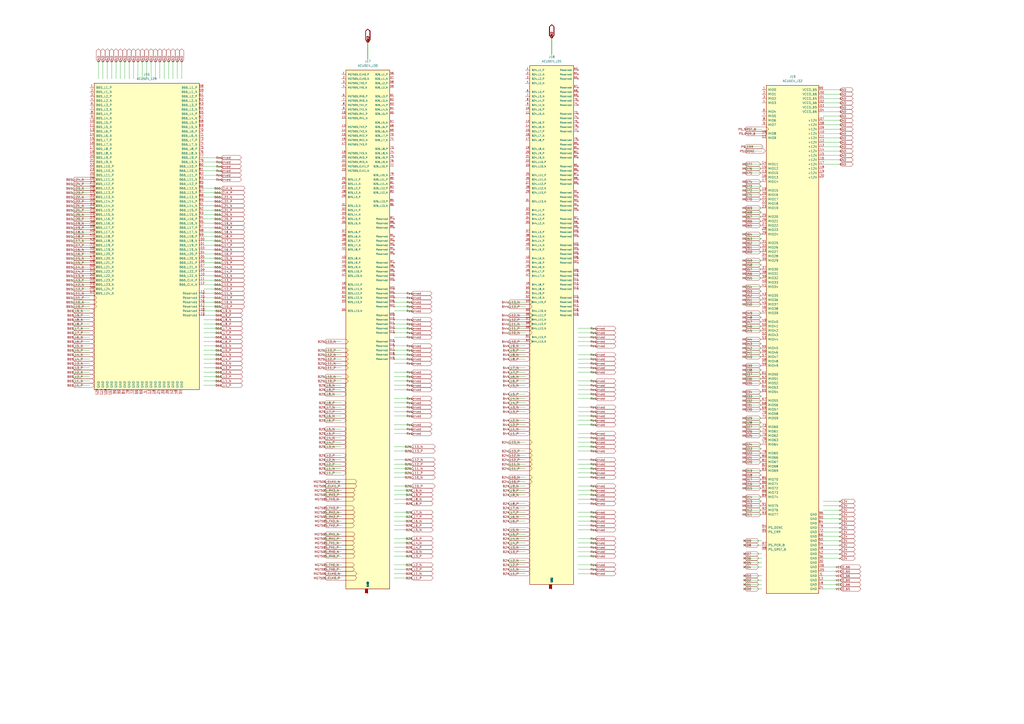
<source format=kicad_sch>
(kicad_sch (version 20250114) (generator "eeschema") (generator_version "9.0")
  (paper "A2")
  (symbol (lib_id "fcBoard:ACU5EV_J30_BANK25_26_MGT") (at 213.36 189.23 0) (unit 1)
    (property "Reference" "J17" (at 213.36 35.56 0))
    (property "Value" "ACU5EV_J30" (at 213.36 38.1 0))
    (property "Footprint" "fcBoard:Panasonic_AXK6A2337YG" (effects (hide yes)))
    (property "Description" "120-pin connector for MGT505, BANK25, BANK26" (effects (hide yes)))
  )
  (symbol (lib_id "fcBoard:ACU5EV_J29_BANK65_66") (at 85.09 137.16 0) (unit 1)
    (property "Reference" "J15" (at 85.09 43.18 0))
    (property "Value" "ACU5EV_J29" (at 85.09 45.72 0))
    (property "Footprint" "fcBoard:Panasonic_AXK6A2337YG" (effects (hide yes)))
    (property "Description" "120-pin connector for BANK65/66 FPGA I/O" (effects (hide yes)))
  )
  (symbol (lib_id "fcBoard:ACU5EV_J31_BANK24_44") (at 320.04 186.69 0) (unit 1)
    (property "Reference" "J18" (at 320.04 33.02 0))
    (property "Value" "ACU5EV_J31" (at 320.04 35.56 0))
    (property "Footprint" "fcBoard:Panasonic_AXK6A2337YG" (effects (hide yes)))
    (property "Description" "120-pin connector for BANK24, BANK44" (effects (hide yes)))
  )
  (symbol (lib_id "fcBoard:ACU5EV_J32_MIO_POWER") (at 459.74 196.85 0) (unit 1)
    (property "Reference" "J19" (at 459.74 44.45 0))
    (property "Value" "ACU5EV_J32" (at 459.74 46.99 0))
    (property "Footprint" "fcBoard:Panasonic_AXK6A2337YG" (effects (hide yes)))
    (property "Description" "J32 MIO/Power Connector, 120-pin" (effects (hide yes)))
  )
  (global_label "B65_L1_P" (shape bidirectional) (at 42.07 223.52 0) (property "Intersheetrefs" "${INTERSHEET_REFS}" (effects (hide yes))))
  (global_label "B65_L1_N" (shape bidirectional) (at 42.07 220.98 0) (property "Intersheetrefs" "${INTERSHEET_REFS}" (effects (hide yes))))
  (global_label "B65_L2_P" (shape bidirectional) (at 42.07 218.44 0) (property "Intersheetrefs" "${INTERSHEET_REFS}" (effects (hide yes))))
  (global_label "B65_L2_N" (shape bidirectional) (at 42.07 215.90 0) (property "Intersheetrefs" "${INTERSHEET_REFS}" (effects (hide yes))))
  (global_label "B65_L3_P" (shape bidirectional) (at 42.07 213.36 0) (property "Intersheetrefs" "${INTERSHEET_REFS}" (effects (hide yes))))
  (global_label "B65_L3_N" (shape bidirectional) (at 42.07 210.82 0) (property "Intersheetrefs" "${INTERSHEET_REFS}" (effects (hide yes))))
  (global_label "B65_L4_P" (shape bidirectional) (at 42.07 208.28 0) (property "Intersheetrefs" "${INTERSHEET_REFS}" (effects (hide yes))))
  (global_label "B65_L4_N" (shape bidirectional) (at 42.07 205.74 0) (property "Intersheetrefs" "${INTERSHEET_REFS}" (effects (hide yes))))
  (global_label "B65_L5_P" (shape bidirectional) (at 42.07 203.20 0) (property "Intersheetrefs" "${INTERSHEET_REFS}" (effects (hide yes))))
  (global_label "B65_L5_N" (shape bidirectional) (at 42.07 200.66 0) (property "Intersheetrefs" "${INTERSHEET_REFS}" (effects (hide yes))))
  (global_label "B65_L6_P" (shape bidirectional) (at 42.07 198.12 0) (property "Intersheetrefs" "${INTERSHEET_REFS}" (effects (hide yes))))
  (global_label "B65_L6_N" (shape bidirectional) (at 42.07 195.58 0) (property "Intersheetrefs" "${INTERSHEET_REFS}" (effects (hide yes))))
  (global_label "B65_L7_P" (shape bidirectional) (at 42.07 193.04 0) (property "Intersheetrefs" "${INTERSHEET_REFS}" (effects (hide yes))))
  (global_label "B65_L7_N" (shape bidirectional) (at 42.07 190.50 0) (property "Intersheetrefs" "${INTERSHEET_REFS}" (effects (hide yes))))
  (global_label "B65_L8_P" (shape bidirectional) (at 42.07 187.96 0) (property "Intersheetrefs" "${INTERSHEET_REFS}" (effects (hide yes))))
  (global_label "B65_L8_N" (shape bidirectional) (at 42.07 185.42 0) (property "Intersheetrefs" "${INTERSHEET_REFS}" (effects (hide yes))))
  (global_label "B65_L9_P" (shape bidirectional) (at 42.07 182.88 0) (property "Intersheetrefs" "${INTERSHEET_REFS}" (effects (hide yes))))
  (global_label "B65_L9_N" (shape bidirectional) (at 42.07 180.34 0) (property "Intersheetrefs" "${INTERSHEET_REFS}" (effects (hide yes))))
  (global_label "B65_L10_P" (shape bidirectional) (at 42.07 177.80 0) (property "Intersheetrefs" "${INTERSHEET_REFS}" (effects (hide yes))))
  (global_label "B65_L10_N" (shape bidirectional) (at 42.07 175.26 0) (property "Intersheetrefs" "${INTERSHEET_REFS}" (effects (hide yes))))
  (global_label "B65_L11_P" (shape bidirectional) (at 42.07 172.72 0) (property "Intersheetrefs" "${INTERSHEET_REFS}" (effects (hide yes))))
  (global_label "B65_L11_N" (shape bidirectional) (at 42.07 170.18 0) (property "Intersheetrefs" "${INTERSHEET_REFS}" (effects (hide yes))))
  (global_label "B65_L12_P" (shape bidirectional) (at 42.07 167.64 0) (property "Intersheetrefs" "${INTERSHEET_REFS}" (effects (hide yes))))
  (global_label "B65_L12_N" (shape bidirectional) (at 42.07 165.10 0) (property "Intersheetrefs" "${INTERSHEET_REFS}" (effects (hide yes))))
  (global_label "B65_L13_P" (shape bidirectional) (at 42.07 162.56 0) (property "Intersheetrefs" "${INTERSHEET_REFS}" (effects (hide yes))))
  (global_label "B65_L13_N" (shape bidirectional) (at 42.07 160.02 0) (property "Intersheetrefs" "${INTERSHEET_REFS}" (effects (hide yes))))
  (global_label "B65_L14_P" (shape bidirectional) (at 42.07 157.48 0) (property "Intersheetrefs" "${INTERSHEET_REFS}" (effects (hide yes))))
  (global_label "B65_L14_N" (shape bidirectional) (at 42.07 154.94 0) (property "Intersheetrefs" "${INTERSHEET_REFS}" (effects (hide yes))))
  (global_label "B65_L15_P" (shape bidirectional) (at 42.07 152.40 0) (property "Intersheetrefs" "${INTERSHEET_REFS}" (effects (hide yes))))
  (global_label "B65_L15_N" (shape bidirectional) (at 42.07 149.86 0) (property "Intersheetrefs" "${INTERSHEET_REFS}" (effects (hide yes))))
  (global_label "B65_L16_P" (shape bidirectional) (at 42.07 147.32 0) (property "Intersheetrefs" "${INTERSHEET_REFS}" (effects (hide yes))))
  (global_label "B65_L16_N" (shape bidirectional) (at 42.07 144.78 0) (property "Intersheetrefs" "${INTERSHEET_REFS}" (effects (hide yes))))
  (global_label "B65_L17_P" (shape bidirectional) (at 42.07 142.24 0) (property "Intersheetrefs" "${INTERSHEET_REFS}" (effects (hide yes))))
  (global_label "B65_L17_N" (shape bidirectional) (at 42.07 139.70 0) (property "Intersheetrefs" "${INTERSHEET_REFS}" (effects (hide yes))))
  (global_label "B65_L18_P" (shape bidirectional) (at 42.07 137.16 0) (property "Intersheetrefs" "${INTERSHEET_REFS}" (effects (hide yes))))
  (global_label "B65_L18_N" (shape bidirectional) (at 42.07 134.62 0) (property "Intersheetrefs" "${INTERSHEET_REFS}" (effects (hide yes))))
  (global_label "B65_L19_P" (shape bidirectional) (at 42.07 132.08 0) (property "Intersheetrefs" "${INTERSHEET_REFS}" (effects (hide yes))))
  (global_label "B65_L19_N" (shape bidirectional) (at 42.07 129.54 0) (property "Intersheetrefs" "${INTERSHEET_REFS}" (effects (hide yes))))
  (global_label "B65_L20_P" (shape bidirectional) (at 42.07 127.00 0) (property "Intersheetrefs" "${INTERSHEET_REFS}" (effects (hide yes))))
  (global_label "B65_L20_N" (shape bidirectional) (at 42.07 124.46 0) (property "Intersheetrefs" "${INTERSHEET_REFS}" (effects (hide yes))))
  (global_label "B65_L21_P" (shape bidirectional) (at 42.07 121.92 0) (property "Intersheetrefs" "${INTERSHEET_REFS}" (effects (hide yes))))
  (global_label "B65_L21_N" (shape bidirectional) (at 42.07 119.38 0) (property "Intersheetrefs" "${INTERSHEET_REFS}" (effects (hide yes))))
  (global_label "B65_L22_P" (shape bidirectional) (at 42.07 116.84 0) (property "Intersheetrefs" "${INTERSHEET_REFS}" (effects (hide yes))))
  (global_label "B65_L22_N" (shape bidirectional) (at 42.07 114.30 0) (property "Intersheetrefs" "${INTERSHEET_REFS}" (effects (hide yes))))
  (global_label "B65_L23_P" (shape bidirectional) (at 42.07 111.76 0) (property "Intersheetrefs" "${INTERSHEET_REFS}" (effects (hide yes))))
  (global_label "B65_L23_N" (shape bidirectional) (at 42.07 109.22 0) (property "Intersheetrefs" "${INTERSHEET_REFS}" (effects (hide yes))))
  (global_label "B65_L24_P" (shape bidirectional) (at 42.07 106.68 0) (property "Intersheetrefs" "${INTERSHEET_REFS}" (effects (hide yes))))
  (global_label "B65_L24_N" (shape bidirectional) (at 42.07 104.14 0) (property "Intersheetrefs" "${INTERSHEET_REFS}" (effects (hide yes))))
  (global_label "GND" (shape bidirectional) (at 57.15 35.72 90) (property "Intersheetrefs" "${INTERSHEET_REFS}" (effects (hide yes))))
  (global_label "GND" (shape bidirectional) (at 59.69 35.72 90) (property "Intersheetrefs" "${INTERSHEET_REFS}" (effects (hide yes))))
  (global_label "GND" (shape bidirectional) (at 62.23 35.72 90) (property "Intersheetrefs" "${INTERSHEET_REFS}" (effects (hide yes))))
  (global_label "GND" (shape bidirectional) (at 64.77 35.72 90) (property "Intersheetrefs" "${INTERSHEET_REFS}" (effects (hide yes))))
  (global_label "GND" (shape bidirectional) (at 67.31 35.72 90) (property "Intersheetrefs" "${INTERSHEET_REFS}" (effects (hide yes))))
  (global_label "GND" (shape bidirectional) (at 69.85 35.72 90) (property "Intersheetrefs" "${INTERSHEET_REFS}" (effects (hide yes))))
  (global_label "GND" (shape bidirectional) (at 72.39 35.72 90) (property "Intersheetrefs" "${INTERSHEET_REFS}" (effects (hide yes))))
  (global_label "GND" (shape bidirectional) (at 74.93 35.72 90) (property "Intersheetrefs" "${INTERSHEET_REFS}" (effects (hide yes))))
  (global_label "GND" (shape bidirectional) (at 77.47 35.72 90) (property "Intersheetrefs" "${INTERSHEET_REFS}" (effects (hide yes))))
  (global_label "GND" (shape bidirectional) (at 80.01 35.72 90) (property "Intersheetrefs" "${INTERSHEET_REFS}" (effects (hide yes))))
  (global_label "GND" (shape bidirectional) (at 82.55 35.72 90) (property "Intersheetrefs" "${INTERSHEET_REFS}" (effects (hide yes))))
  (global_label "GND" (shape bidirectional) (at 85.09 35.72 90) (property "Intersheetrefs" "${INTERSHEET_REFS}" (effects (hide yes))))
  (global_label "GND" (shape bidirectional) (at 87.63 35.72 90) (property "Intersheetrefs" "${INTERSHEET_REFS}" (effects (hide yes))))
  (global_label "GND" (shape bidirectional) (at 90.17 35.72 90) (property "Intersheetrefs" "${INTERSHEET_REFS}" (effects (hide yes))))
  (global_label "GND" (shape bidirectional) (at 92.71 35.72 90) (property "Intersheetrefs" "${INTERSHEET_REFS}" (effects (hide yes))))
  (global_label "GND" (shape bidirectional) (at 95.25 35.72 90) (property "Intersheetrefs" "${INTERSHEET_REFS}" (effects (hide yes))))
  (global_label "GND" (shape bidirectional) (at 97.79 35.72 90) (property "Intersheetrefs" "${INTERSHEET_REFS}" (effects (hide yes))))
  (global_label "GND" (shape bidirectional) (at 100.33 35.72 90) (property "Intersheetrefs" "${INTERSHEET_REFS}" (effects (hide yes))))
  (global_label "GND" (shape bidirectional) (at 102.87 35.72 90) (property "Intersheetrefs" "${INTERSHEET_REFS}" (effects (hide yes))))
  (global_label "GND" (shape bidirectional) (at 105.41 35.72 90) (property "Intersheetrefs" "${INTERSHEET_REFS}" (effects (hide yes))))
  (global_label "B66_L1_P" (shape bidirectional) (at 128.11 223.52 180) (property "Intersheetrefs" "${INTERSHEET_REFS}" (effects (hide yes))))
  (global_label "B66_L1_N" (shape bidirectional) (at 128.11 220.98 180) (property "Intersheetrefs" "${INTERSHEET_REFS}" (effects (hide yes))))
  (global_label "B66_L2_P" (shape bidirectional) (at 128.11 218.44 180) (property "Intersheetrefs" "${INTERSHEET_REFS}" (effects (hide yes))))
  (global_label "B66_L2_N" (shape bidirectional) (at 128.11 215.90 180) (property "Intersheetrefs" "${INTERSHEET_REFS}" (effects (hide yes))))
  (global_label "B66_L3_P" (shape bidirectional) (at 128.11 213.36 180) (property "Intersheetrefs" "${INTERSHEET_REFS}" (effects (hide yes))))
  (global_label "B66_L3_N" (shape bidirectional) (at 128.11 210.82 180) (property "Intersheetrefs" "${INTERSHEET_REFS}" (effects (hide yes))))
  (global_label "B66_L4_P" (shape bidirectional) (at 128.11 208.28 180) (property "Intersheetrefs" "${INTERSHEET_REFS}" (effects (hide yes))))
  (global_label "B66_L4_N" (shape bidirectional) (at 128.11 205.74 180) (property "Intersheetrefs" "${INTERSHEET_REFS}" (effects (hide yes))))
  (global_label "B66_L5_P" (shape bidirectional) (at 128.11 203.20 180) (property "Intersheetrefs" "${INTERSHEET_REFS}" (effects (hide yes))))
  (global_label "B66_L5_N" (shape bidirectional) (at 128.11 200.66 180) (property "Intersheetrefs" "${INTERSHEET_REFS}" (effects (hide yes))))
  (global_label "B66_L6_P" (shape bidirectional) (at 128.11 198.12 180) (property "Intersheetrefs" "${INTERSHEET_REFS}" (effects (hide yes))))
  (global_label "B66_L6_N" (shape bidirectional) (at 128.11 195.58 180) (property "Intersheetrefs" "${INTERSHEET_REFS}" (effects (hide yes))))
  (global_label "B66_L7_P" (shape bidirectional) (at 128.11 193.04 180) (property "Intersheetrefs" "${INTERSHEET_REFS}" (effects (hide yes))))
  (global_label "B66_L7_N" (shape bidirectional) (at 128.11 190.50 180) (property "Intersheetrefs" "${INTERSHEET_REFS}" (effects (hide yes))))
  (global_label "B66_L8_P" (shape bidirectional) (at 128.11 187.96 180) (property "Intersheetrefs" "${INTERSHEET_REFS}" (effects (hide yes))))
  (global_label "B66_L8_N" (shape bidirectional) (at 128.11 185.42 180) (property "Intersheetrefs" "${INTERSHEET_REFS}" (effects (hide yes))))
  (global_label "B66_L9_P" (shape bidirectional) (at 128.11 182.88 180) (property "Intersheetrefs" "${INTERSHEET_REFS}" (effects (hide yes))))
  (global_label "B66_L9_N" (shape bidirectional) (at 128.11 180.34 180) (property "Intersheetrefs" "${INTERSHEET_REFS}" (effects (hide yes))))
  (global_label "B66_L10_P" (shape bidirectional) (at 128.11 177.80 180) (property "Intersheetrefs" "${INTERSHEET_REFS}" (effects (hide yes))))
  (global_label "B66_L10_N" (shape bidirectional) (at 128.11 175.26 180) (property "Intersheetrefs" "${INTERSHEET_REFS}" (effects (hide yes))))
  (global_label "B66_L11_P" (shape bidirectional) (at 128.11 172.72 180) (property "Intersheetrefs" "${INTERSHEET_REFS}" (effects (hide yes))))
  (global_label "B66_L11_N" (shape bidirectional) (at 128.11 170.18 180) (property "Intersheetrefs" "${INTERSHEET_REFS}" (effects (hide yes))))
  (global_label "B66_L12_P" (shape bidirectional) (at 128.11 167.64 180) (property "Intersheetrefs" "${INTERSHEET_REFS}" (effects (hide yes))))
  (global_label "B66_L12_N" (shape bidirectional) (at 128.11 165.10 180) (property "Intersheetrefs" "${INTERSHEET_REFS}" (effects (hide yes))))
  (global_label "B66_L13_P" (shape bidirectional) (at 128.11 162.56 180) (property "Intersheetrefs" "${INTERSHEET_REFS}" (effects (hide yes))))
  (global_label "B66_L13_N" (shape bidirectional) (at 128.11 160.02 180) (property "Intersheetrefs" "${INTERSHEET_REFS}" (effects (hide yes))))
  (global_label "B66_L14_P" (shape bidirectional) (at 128.11 157.48 180) (property "Intersheetrefs" "${INTERSHEET_REFS}" (effects (hide yes))))
  (global_label "B66_L14_N" (shape bidirectional) (at 128.11 154.94 180) (property "Intersheetrefs" "${INTERSHEET_REFS}" (effects (hide yes))))
  (global_label "B66_L15_P" (shape bidirectional) (at 128.11 152.40 180) (property "Intersheetrefs" "${INTERSHEET_REFS}" (effects (hide yes))))
  (global_label "B66_L15_N" (shape bidirectional) (at 128.11 149.86 180) (property "Intersheetrefs" "${INTERSHEET_REFS}" (effects (hide yes))))
  (global_label "B66_L16_P" (shape bidirectional) (at 128.11 147.32 180) (property "Intersheetrefs" "${INTERSHEET_REFS}" (effects (hide yes))))
  (global_label "B66_L16_N" (shape bidirectional) (at 128.11 144.78 180) (property "Intersheetrefs" "${INTERSHEET_REFS}" (effects (hide yes))))
  (global_label "B66_L17_P" (shape bidirectional) (at 128.11 142.24 180) (property "Intersheetrefs" "${INTERSHEET_REFS}" (effects (hide yes))))
  (global_label "B66_L17_N" (shape bidirectional) (at 128.11 139.70 180) (property "Intersheetrefs" "${INTERSHEET_REFS}" (effects (hide yes))))
  (global_label "B66_L18_P" (shape bidirectional) (at 128.11 137.16 180) (property "Intersheetrefs" "${INTERSHEET_REFS}" (effects (hide yes))))
  (global_label "B66_L18_N" (shape bidirectional) (at 128.11 134.62 180) (property "Intersheetrefs" "${INTERSHEET_REFS}" (effects (hide yes))))
  (global_label "B66_L19_P" (shape bidirectional) (at 128.11 132.08 180) (property "Intersheetrefs" "${INTERSHEET_REFS}" (effects (hide yes))))
  (global_label "B66_L19_N" (shape bidirectional) (at 128.11 129.54 180) (property "Intersheetrefs" "${INTERSHEET_REFS}" (effects (hide yes))))
  (global_label "B66_L20_P" (shape bidirectional) (at 128.11 127.00 180) (property "Intersheetrefs" "${INTERSHEET_REFS}" (effects (hide yes))))
  (global_label "B66_L20_N" (shape bidirectional) (at 128.11 124.46 180) (property "Intersheetrefs" "${INTERSHEET_REFS}" (effects (hide yes))))
  (global_label "B66_L21_P" (shape bidirectional) (at 128.11 121.92 180) (property "Intersheetrefs" "${INTERSHEET_REFS}" (effects (hide yes))))
  (global_label "B66_L21_N" (shape bidirectional) (at 128.11 119.38 180) (property "Intersheetrefs" "${INTERSHEET_REFS}" (effects (hide yes))))
  (global_label "B66_L22_P" (shape bidirectional) (at 128.11 116.84 180) (property "Intersheetrefs" "${INTERSHEET_REFS}" (effects (hide yes))))
  (global_label "B66_L22_N" (shape bidirectional) (at 128.11 114.30 180) (property "Intersheetrefs" "${INTERSHEET_REFS}" (effects (hide yes))))
  (global_label "B66_CLK_P" (shape bidirectional) (at 128.11 111.76 180) (property "Intersheetrefs" "${INTERSHEET_REFS}" (effects (hide yes))))
  (global_label "B66_CLK_N" (shape bidirectional) (at 128.11 109.22 180) (property "Intersheetrefs" "${INTERSHEET_REFS}" (effects (hide yes))))
  (global_label "Reserved" (shape bidirectional) (at 128.11 104.14 180) (property "Intersheetrefs" "${INTERSHEET_REFS}" (effects (hide yes))))
  (global_label "Reserved" (shape bidirectional) (at 128.11 101.60 180) (property "Intersheetrefs" "${INTERSHEET_REFS}" (effects (hide yes))))
  (global_label "Reserved" (shape bidirectional) (at 128.11 99.06 180) (property "Intersheetrefs" "${INTERSHEET_REFS}" (effects (hide yes))))
  (global_label "Reserved" (shape bidirectional) (at 128.11 96.52 180) (property "Intersheetrefs" "${INTERSHEET_REFS}" (effects (hide yes))))
  (global_label "Reserved" (shape bidirectional) (at 128.11 93.98 180) (property "Intersheetrefs" "${INTERSHEET_REFS}" (effects (hide yes))))
  (global_label "Reserved" (shape bidirectional) (at 128.11 91.44 180) (property "Intersheetrefs" "${INTERSHEET_REFS}" (effects (hide yes))))
  (global_label "MGT505_CLK0_P" (shape bidirectional) (at 188.12 335.28 0) (property "Intersheetrefs" "${INTERSHEET_REFS}" (effects (hide yes))))
  (global_label "MGT505_CLK0_N" (shape bidirectional) (at 188.12 332.74 0) (property "Intersheetrefs" "${INTERSHEET_REFS}" (effects (hide yes))))
  (global_label "MGT505_TX0_P" (shape bidirectional) (at 188.12 330.20 0) (property "Intersheetrefs" "${INTERSHEET_REFS}" (effects (hide yes))))
  (global_label "MGT505_TX0_N" (shape bidirectional) (at 188.12 327.66 0) (property "Intersheetrefs" "${INTERSHEET_REFS}" (effects (hide yes))))
  (global_label "MGT505_RX0_P" (shape bidirectional) (at 188.12 322.58 0) (property "Intersheetrefs" "${INTERSHEET_REFS}" (effects (hide yes))))
  (global_label "MGT505_RX0_N" (shape bidirectional) (at 188.12 320.04 0) (property "Intersheetrefs" "${INTERSHEET_REFS}" (effects (hide yes))))
  (global_label "MGT505_TX1_P" (shape bidirectional) (at 188.12 317.50 0) (property "Intersheetrefs" "${INTERSHEET_REFS}" (effects (hide yes))))
  (global_label "MGT505_TX1_N" (shape bidirectional) (at 188.12 314.96 0) (property "Intersheetrefs" "${INTERSHEET_REFS}" (effects (hide yes))))
  (global_label "MGT505_RX1_P" (shape bidirectional) (at 188.12 312.42 0) (property "Intersheetrefs" "${INTERSHEET_REFS}" (effects (hide yes))))
  (global_label "MGT505_RX1_N" (shape bidirectional) (at 188.12 309.88 0) (property "Intersheetrefs" "${INTERSHEET_REFS}" (effects (hide yes))))
  (global_label "MGT505_TX2_P" (shape bidirectional) (at 188.12 304.80 0) (property "Intersheetrefs" "${INTERSHEET_REFS}" (effects (hide yes))))
  (global_label "MGT505_TX2_N" (shape bidirectional) (at 188.12 302.26 0) (property "Intersheetrefs" "${INTERSHEET_REFS}" (effects (hide yes))))
  (global_label "MGT505_RX2_P" (shape bidirectional) (at 188.12 299.72 0) (property "Intersheetrefs" "${INTERSHEET_REFS}" (effects (hide yes))))
  (global_label "MGT505_RX2_N" (shape bidirectional) (at 188.12 297.18 0) (property "Intersheetrefs" "${INTERSHEET_REFS}" (effects (hide yes))))
  (global_label "MGT505_TX3_P" (shape bidirectional) (at 188.12 294.64 0) (property "Intersheetrefs" "${INTERSHEET_REFS}" (effects (hide yes))))
  (global_label "MGT505_TX3_N" (shape bidirectional) (at 188.12 289.56 0) (property "Intersheetrefs" "${INTERSHEET_REFS}" (effects (hide yes))))
  (global_label "MGT505_RX3_P" (shape bidirectional) (at 188.12 287.02 0) (property "Intersheetrefs" "${INTERSHEET_REFS}" (effects (hide yes))))
  (global_label "MGT505_RX3_N" (shape bidirectional) (at 188.12 284.48 0) (property "Intersheetrefs" "${INTERSHEET_REFS}" (effects (hide yes))))
  (global_label "MGT505_CLK1_P" (shape bidirectional) (at 188.12 281.94 0) (property "Intersheetrefs" "${INTERSHEET_REFS}" (effects (hide yes))))
  (global_label "MGT505_CLK1_N" (shape bidirectional) (at 188.12 279.40 0) (property "Intersheetrefs" "${INTERSHEET_REFS}" (effects (hide yes))))
  (global_label "B25_L1_P" (shape bidirectional) (at 188.12 274.32 0) (property "Intersheetrefs" "${INTERSHEET_REFS}" (effects (hide yes))))
  (global_label "B25_L1_N" (shape bidirectional) (at 188.12 271.78 0) (property "Intersheetrefs" "${INTERSHEET_REFS}" (effects (hide yes))))
  (global_label "B25_L2_P" (shape bidirectional) (at 188.12 269.24 0) (property "Intersheetrefs" "${INTERSHEET_REFS}" (effects (hide yes))))
  (global_label "B25_L2_N" (shape bidirectional) (at 188.12 266.70 0) (property "Intersheetrefs" "${INTERSHEET_REFS}" (effects (hide yes))))
  (global_label "B25_L3_P" (shape bidirectional) (at 188.12 264.16 0) (property "Intersheetrefs" "${INTERSHEET_REFS}" (effects (hide yes))))
  (global_label "B25_L3_N" (shape bidirectional) (at 188.12 259.08 0) (property "Intersheetrefs" "${INTERSHEET_REFS}" (effects (hide yes))))
  (global_label "B25_L4_P" (shape bidirectional) (at 188.12 256.54 0) (property "Intersheetrefs" "${INTERSHEET_REFS}" (effects (hide yes))))
  (global_label "B25_L4_N" (shape bidirectional) (at 188.12 254.00 0) (property "Intersheetrefs" "${INTERSHEET_REFS}" (effects (hide yes))))
  (global_label "B25_L5_P" (shape bidirectional) (at 188.12 251.46 0) (property "Intersheetrefs" "${INTERSHEET_REFS}" (effects (hide yes))))
  (global_label "B25_L5_N" (shape bidirectional) (at 188.12 248.92 0) (property "Intersheetrefs" "${INTERSHEET_REFS}" (effects (hide yes))))
  (global_label "B25_L6_P" (shape bidirectional) (at 188.12 243.84 0) (property "Intersheetrefs" "${INTERSHEET_REFS}" (effects (hide yes))))
  (global_label "B25_L6_N" (shape bidirectional) (at 188.12 241.30 0) (property "Intersheetrefs" "${INTERSHEET_REFS}" (effects (hide yes))))
  (global_label "B25_L7_P" (shape bidirectional) (at 188.12 238.76 0) (property "Intersheetrefs" "${INTERSHEET_REFS}" (effects (hide yes))))
  (global_label "B25_L7_N" (shape bidirectional) (at 188.12 236.22 0) (property "Intersheetrefs" "${INTERSHEET_REFS}" (effects (hide yes))))
  (global_label "B25_L8_P" (shape bidirectional) (at 188.12 233.68 0) (property "Intersheetrefs" "${INTERSHEET_REFS}" (effects (hide yes))))
  (global_label "B25_L8_N" (shape bidirectional) (at 188.12 228.60 0) (property "Intersheetrefs" "${INTERSHEET_REFS}" (effects (hide yes))))
  (global_label "B25_L9_P" (shape bidirectional) (at 188.12 226.06 0) (property "Intersheetrefs" "${INTERSHEET_REFS}" (effects (hide yes))))
  (global_label "B25_L9_N" (shape bidirectional) (at 188.12 223.52 0) (property "Intersheetrefs" "${INTERSHEET_REFS}" (effects (hide yes))))
  (global_label "B25_L10_P" (shape bidirectional) (at 188.12 220.98 0) (property "Intersheetrefs" "${INTERSHEET_REFS}" (effects (hide yes))))
  (global_label "B25_L10_N" (shape bidirectional) (at 188.12 218.44 0) (property "Intersheetrefs" "${INTERSHEET_REFS}" (effects (hide yes))))
  (global_label "B25_L11_P" (shape bidirectional) (at 188.12 213.36 0) (property "Intersheetrefs" "${INTERSHEET_REFS}" (effects (hide yes))))
  (global_label "B25_L11_N" (shape bidirectional) (at 188.12 210.82 0) (property "Intersheetrefs" "${INTERSHEET_REFS}" (effects (hide yes))))
  (global_label "B25_L12_P" (shape bidirectional) (at 188.12 208.28 0) (property "Intersheetrefs" "${INTERSHEET_REFS}" (effects (hide yes))))
  (global_label "B25_L12_N" (shape bidirectional) (at 188.12 205.74 0) (property "Intersheetrefs" "${INTERSHEET_REFS}" (effects (hide yes))))
  (global_label "B25_L13_P" (shape bidirectional) (at 188.12 203.20 0) (property "Intersheetrefs" "${INTERSHEET_REFS}" (effects (hide yes))))
  (global_label "B25_L13_N" (shape bidirectional) (at 188.12 198.12 0) (property "Intersheetrefs" "${INTERSHEET_REFS}" (effects (hide yes))))
  (global_label "GND" (shape bidirectional) (at 213.36 24.29 90) (property "Intersheetrefs" "${INTERSHEET_REFS}" (effects (hide yes))))
  (global_label "GND" (shape bidirectional) (at 213.36 24.29 90) (property "Intersheetrefs" "${INTERSHEET_REFS}" (effects (hide yes))))
  (global_label "GND" (shape bidirectional) (at 213.36 24.29 90) (property "Intersheetrefs" "${INTERSHEET_REFS}" (effects (hide yes))))
  (global_label "GND" (shape bidirectional) (at 213.36 24.29 90) (property "Intersheetrefs" "${INTERSHEET_REFS}" (effects (hide yes))))
  (global_label "GND" (shape bidirectional) (at 213.36 24.29 90) (property "Intersheetrefs" "${INTERSHEET_REFS}" (effects (hide yes))))
  (global_label "GND" (shape bidirectional) (at 213.36 24.29 90) (property "Intersheetrefs" "${INTERSHEET_REFS}" (effects (hide yes))))
  (global_label "GND" (shape bidirectional) (at 213.36 24.29 90) (property "Intersheetrefs" "${INTERSHEET_REFS}" (effects (hide yes))))
  (global_label "GND" (shape bidirectional) (at 213.36 24.29 90) (property "Intersheetrefs" "${INTERSHEET_REFS}" (effects (hide yes))))
  (global_label "GND" (shape bidirectional) (at 213.36 24.29 90) (property "Intersheetrefs" "${INTERSHEET_REFS}" (effects (hide yes))))
  (global_label "GND" (shape bidirectional) (at 213.36 24.29 90) (property "Intersheetrefs" "${INTERSHEET_REFS}" (effects (hide yes))))
  (global_label "GND" (shape bidirectional) (at 213.36 24.29 90) (property "Intersheetrefs" "${INTERSHEET_REFS}" (effects (hide yes))))
  (global_label "GND" (shape bidirectional) (at 213.36 24.29 90) (property "Intersheetrefs" "${INTERSHEET_REFS}" (effects (hide yes))))
  (global_label "GND" (shape bidirectional) (at 213.36 24.29 90) (property "Intersheetrefs" "${INTERSHEET_REFS}" (effects (hide yes))))
  (global_label "GND" (shape bidirectional) (at 213.36 24.29 90) (property "Intersheetrefs" "${INTERSHEET_REFS}" (effects (hide yes))))
  (global_label "GND" (shape bidirectional) (at 213.36 24.29 90) (property "Intersheetrefs" "${INTERSHEET_REFS}" (effects (hide yes))))
  (global_label "GND" (shape bidirectional) (at 213.36 24.29 90) (property "Intersheetrefs" "${INTERSHEET_REFS}" (effects (hide yes))))
  (global_label "GND" (shape bidirectional) (at 213.36 24.29 90) (property "Intersheetrefs" "${INTERSHEET_REFS}" (effects (hide yes))))
  (global_label "GND" (shape bidirectional) (at 213.36 24.29 90) (property "Intersheetrefs" "${INTERSHEET_REFS}" (effects (hide yes))))
  (global_label "GND" (shape bidirectional) (at 213.36 24.29 90) (property "Intersheetrefs" "${INTERSHEET_REFS}" (effects (hide yes))))
  (global_label "GND" (shape bidirectional) (at 213.36 24.29 90) (property "Intersheetrefs" "${INTERSHEET_REFS}" (effects (hide yes))))
  (global_label "B26_L1_P" (shape bidirectional) (at 238.60 335.28 180) (property "Intersheetrefs" "${INTERSHEET_REFS}" (effects (hide yes))))
  (global_label "B26_L1_N" (shape bidirectional) (at 238.60 332.74 180) (property "Intersheetrefs" "${INTERSHEET_REFS}" (effects (hide yes))))
  (global_label "B26_L2_P" (shape bidirectional) (at 238.60 330.20 180) (property "Intersheetrefs" "${INTERSHEET_REFS}" (effects (hide yes))))
  (global_label "B26_L2_N" (shape bidirectional) (at 238.60 327.66 180) (property "Intersheetrefs" "${INTERSHEET_REFS}" (effects (hide yes))))
  (global_label "B26_L3_P" (shape bidirectional) (at 238.60 322.58 180) (property "Intersheetrefs" "${INTERSHEET_REFS}" (effects (hide yes))))
  (global_label "B26_L3_N" (shape bidirectional) (at 238.60 320.04 180) (property "Intersheetrefs" "${INTERSHEET_REFS}" (effects (hide yes))))
  (global_label "B26_L4_P" (shape bidirectional) (at 238.60 317.50 180) (property "Intersheetrefs" "${INTERSHEET_REFS}" (effects (hide yes))))
  (global_label "B26_L4_N" (shape bidirectional) (at 238.60 314.96 180) (property "Intersheetrefs" "${INTERSHEET_REFS}" (effects (hide yes))))
  (global_label "B26_L5_P" (shape bidirectional) (at 238.60 312.42 180) (property "Intersheetrefs" "${INTERSHEET_REFS}" (effects (hide yes))))
  (global_label "B26_L5_N" (shape bidirectional) (at 238.60 307.34 180) (property "Intersheetrefs" "${INTERSHEET_REFS}" (effects (hide yes))))
  (global_label "B26_L6_P" (shape bidirectional) (at 238.60 304.80 180) (property "Intersheetrefs" "${INTERSHEET_REFS}" (effects (hide yes))))
  (global_label "B26_L6_N" (shape bidirectional) (at 238.60 302.26 180) (property "Intersheetrefs" "${INTERSHEET_REFS}" (effects (hide yes))))
  (global_label "B26_L7_P" (shape bidirectional) (at 238.60 299.72 180) (property "Intersheetrefs" "${INTERSHEET_REFS}" (effects (hide yes))))
  (global_label "B26_L7_N" (shape bidirectional) (at 238.60 297.18 180) (property "Intersheetrefs" "${INTERSHEET_REFS}" (effects (hide yes))))
  (global_label "B26_L8_P" (shape bidirectional) (at 238.60 292.10 180) (property "Intersheetrefs" "${INTERSHEET_REFS}" (effects (hide yes))))
  (global_label "B26_L8_N" (shape bidirectional) (at 238.60 289.56 180) (property "Intersheetrefs" "${INTERSHEET_REFS}" (effects (hide yes))))
  (global_label "B26_L9_P" (shape bidirectional) (at 238.60 287.02 180) (property "Intersheetrefs" "${INTERSHEET_REFS}" (effects (hide yes))))
  (global_label "B26_L9_N" (shape bidirectional) (at 238.60 284.48 180) (property "Intersheetrefs" "${INTERSHEET_REFS}" (effects (hide yes))))
  (global_label "B26_L10_P" (shape bidirectional) (at 238.60 281.94 180) (property "Intersheetrefs" "${INTERSHEET_REFS}" (effects (hide yes))))
  (global_label "B26_L10_N" (shape bidirectional) (at 238.60 276.86 180) (property "Intersheetrefs" "${INTERSHEET_REFS}" (effects (hide yes))))
  (global_label "B26_L11_P" (shape bidirectional) (at 238.60 274.32 180) (property "Intersheetrefs" "${INTERSHEET_REFS}" (effects (hide yes))))
  (global_label "B26_L11_N" (shape bidirectional) (at 238.60 271.78 180) (property "Intersheetrefs" "${INTERSHEET_REFS}" (effects (hide yes))))
  (global_label "B26_L12_P" (shape bidirectional) (at 238.60 269.24 180) (property "Intersheetrefs" "${INTERSHEET_REFS}" (effects (hide yes))))
  (global_label "B26_L12_N" (shape bidirectional) (at 238.60 266.70 180) (property "Intersheetrefs" "${INTERSHEET_REFS}" (effects (hide yes))))
  (global_label "B26_L13_P" (shape bidirectional) (at 238.60 261.62 180) (property "Intersheetrefs" "${INTERSHEET_REFS}" (effects (hide yes))))
  (global_label "B26_L13_N" (shape bidirectional) (at 238.60 259.08 180) (property "Intersheetrefs" "${INTERSHEET_REFS}" (effects (hide yes))))
  (global_label "Reserved" (shape bidirectional) (at 238.60 251.46 180) (property "Intersheetrefs" "${INTERSHEET_REFS}" (effects (hide yes))))
  (global_label "Reserved" (shape bidirectional) (at 238.60 248.92 180) (property "Intersheetrefs" "${INTERSHEET_REFS}" (effects (hide yes))))
  (global_label "Reserved" (shape bidirectional) (at 238.60 246.38 180) (property "Intersheetrefs" "${INTERSHEET_REFS}" (effects (hide yes))))
  (global_label "Reserved" (shape bidirectional) (at 238.60 241.30 180) (property "Intersheetrefs" "${INTERSHEET_REFS}" (effects (hide yes))))
  (global_label "Reserved" (shape bidirectional) (at 238.60 238.76 180) (property "Intersheetrefs" "${INTERSHEET_REFS}" (effects (hide yes))))
  (global_label "Reserved" (shape bidirectional) (at 238.60 236.22 180) (property "Intersheetrefs" "${INTERSHEET_REFS}" (effects (hide yes))))
  (global_label "Reserved" (shape bidirectional) (at 238.60 233.68 180) (property "Intersheetrefs" "${INTERSHEET_REFS}" (effects (hide yes))))
  (global_label "Reserved" (shape bidirectional) (at 238.60 231.14 180) (property "Intersheetrefs" "${INTERSHEET_REFS}" (effects (hide yes))))
  (global_label "Reserved" (shape bidirectional) (at 238.60 226.06 180) (property "Intersheetrefs" "${INTERSHEET_REFS}" (effects (hide yes))))
  (global_label "Reserved" (shape bidirectional) (at 238.60 223.52 180) (property "Intersheetrefs" "${INTERSHEET_REFS}" (effects (hide yes))))
  (global_label "Reserved" (shape bidirectional) (at 238.60 220.98 180) (property "Intersheetrefs" "${INTERSHEET_REFS}" (effects (hide yes))))
  (global_label "Reserved" (shape bidirectional) (at 238.60 218.44 180) (property "Intersheetrefs" "${INTERSHEET_REFS}" (effects (hide yes))))
  (global_label "Reserved" (shape bidirectional) (at 238.60 215.90 180) (property "Intersheetrefs" "${INTERSHEET_REFS}" (effects (hide yes))))
  (global_label "Reserved" (shape bidirectional) (at 238.60 210.82 180) (property "Intersheetrefs" "${INTERSHEET_REFS}" (effects (hide yes))))
  (global_label "Reserved" (shape bidirectional) (at 238.60 208.28 180) (property "Intersheetrefs" "${INTERSHEET_REFS}" (effects (hide yes))))
  (global_label "Reserved" (shape bidirectional) (at 238.60 205.74 180) (property "Intersheetrefs" "${INTERSHEET_REFS}" (effects (hide yes))))
  (global_label "Reserved" (shape bidirectional) (at 238.60 203.20 180) (property "Intersheetrefs" "${INTERSHEET_REFS}" (effects (hide yes))))
  (global_label "Reserved" (shape bidirectional) (at 238.60 200.66 180) (property "Intersheetrefs" "${INTERSHEET_REFS}" (effects (hide yes))))
  (global_label "Reserved" (shape bidirectional) (at 238.60 195.58 180) (property "Intersheetrefs" "${INTERSHEET_REFS}" (effects (hide yes))))
  (global_label "Reserved" (shape bidirectional) (at 238.60 193.04 180) (property "Intersheetrefs" "${INTERSHEET_REFS}" (effects (hide yes))))
  (global_label "Reserved" (shape bidirectional) (at 238.60 190.50 180) (property "Intersheetrefs" "${INTERSHEET_REFS}" (effects (hide yes))))
  (global_label "Reserved" (shape bidirectional) (at 238.60 187.96 180) (property "Intersheetrefs" "${INTERSHEET_REFS}" (effects (hide yes))))
  (global_label "Reserved" (shape bidirectional) (at 238.60 185.42 180) (property "Intersheetrefs" "${INTERSHEET_REFS}" (effects (hide yes))))
  (global_label "Reserved" (shape bidirectional) (at 238.60 180.34 180) (property "Intersheetrefs" "${INTERSHEET_REFS}" (effects (hide yes))))
  (global_label "Reserved" (shape bidirectional) (at 238.60 177.80 180) (property "Intersheetrefs" "${INTERSHEET_REFS}" (effects (hide yes))))
  (global_label "Reserved" (shape bidirectional) (at 238.60 175.26 180) (property "Intersheetrefs" "${INTERSHEET_REFS}" (effects (hide yes))))
  (global_label "Reserved" (shape bidirectional) (at 238.60 172.72 180) (property "Intersheetrefs" "${INTERSHEET_REFS}" (effects (hide yes))))
  (global_label "Reserved" (shape bidirectional) (at 238.60 170.18 180) (property "Intersheetrefs" "${INTERSHEET_REFS}" (effects (hide yes))))
  (global_label "B24_L1_P" (shape bidirectional) (at 294.80 332.74 0) (property "Intersheetrefs" "${INTERSHEET_REFS}" (effects (hide yes))))
  (global_label "B24_L1_N" (shape bidirectional) (at 294.80 330.20 0) (property "Intersheetrefs" "${INTERSHEET_REFS}" (effects (hide yes))))
  (global_label "B24_L2_P" (shape bidirectional) (at 294.80 327.66 0) (property "Intersheetrefs" "${INTERSHEET_REFS}" (effects (hide yes))))
  (global_label "B24_L2_N" (shape bidirectional) (at 294.80 325.12 0) (property "Intersheetrefs" "${INTERSHEET_REFS}" (effects (hide yes))))
  (global_label "B24_L3_P" (shape bidirectional) (at 294.80 320.04 0) (property "Intersheetrefs" "${INTERSHEET_REFS}" (effects (hide yes))))
  (global_label "B24_L3_N" (shape bidirectional) (at 294.80 317.50 0) (property "Intersheetrefs" "${INTERSHEET_REFS}" (effects (hide yes))))
  (global_label "B24_L4_P" (shape bidirectional) (at 294.80 314.96 0) (property "Intersheetrefs" "${INTERSHEET_REFS}" (effects (hide yes))))
  (global_label "B24_L4_N" (shape bidirectional) (at 294.80 312.42 0) (property "Intersheetrefs" "${INTERSHEET_REFS}" (effects (hide yes))))
  (global_label "B24_L5_P" (shape bidirectional) (at 294.80 309.88 0) (property "Intersheetrefs" "${INTERSHEET_REFS}" (effects (hide yes))))
  (global_label "B24_L5_N" (shape bidirectional) (at 294.80 307.34 0) (property "Intersheetrefs" "${INTERSHEET_REFS}" (effects (hide yes))))
  (global_label "B24_L6_P" (shape bidirectional) (at 294.80 302.26 0) (property "Intersheetrefs" "${INTERSHEET_REFS}" (effects (hide yes))))
  (global_label "B24_L6_N" (shape bidirectional) (at 294.80 299.72 0) (property "Intersheetrefs" "${INTERSHEET_REFS}" (effects (hide yes))))
  (global_label "B24_L7_P" (shape bidirectional) (at 294.80 297.18 0) (property "Intersheetrefs" "${INTERSHEET_REFS}" (effects (hide yes))))
  (global_label "B24_L7_N" (shape bidirectional) (at 294.80 294.64 0) (property "Intersheetrefs" "${INTERSHEET_REFS}" (effects (hide yes))))
  (global_label "B24_L8_P" (shape bidirectional) (at 294.80 292.10 0) (property "Intersheetrefs" "${INTERSHEET_REFS}" (effects (hide yes))))
  (global_label "B24_L8_N" (shape bidirectional) (at 294.80 287.02 0) (property "Intersheetrefs" "${INTERSHEET_REFS}" (effects (hide yes))))
  (global_label "B24_L9_P" (shape bidirectional) (at 294.80 284.48 0) (property "Intersheetrefs" "${INTERSHEET_REFS}" (effects (hide yes))))
  (global_label "B24_L9_N" (shape bidirectional) (at 294.80 281.94 0) (property "Intersheetrefs" "${INTERSHEET_REFS}" (effects (hide yes))))
  (global_label "B24_L10_P" (shape bidirectional) (at 294.80 279.40 0) (property "Intersheetrefs" "${INTERSHEET_REFS}" (effects (hide yes))))
  (global_label "B24_L10_N" (shape bidirectional) (at 294.80 276.86 0) (property "Intersheetrefs" "${INTERSHEET_REFS}" (effects (hide yes))))
  (global_label "B24_L11_P" (shape bidirectional) (at 294.80 271.78 0) (property "Intersheetrefs" "${INTERSHEET_REFS}" (effects (hide yes))))
  (global_label "B24_L11_N" (shape bidirectional) (at 294.80 269.24 0) (property "Intersheetrefs" "${INTERSHEET_REFS}" (effects (hide yes))))
  (global_label "B24_L12_P" (shape bidirectional) (at 294.80 266.70 0) (property "Intersheetrefs" "${INTERSHEET_REFS}" (effects (hide yes))))
  (global_label "B24_L12_N" (shape bidirectional) (at 294.80 264.16 0) (property "Intersheetrefs" "${INTERSHEET_REFS}" (effects (hide yes))))
  (global_label "B24_L13_P" (shape bidirectional) (at 294.80 261.62 0) (property "Intersheetrefs" "${INTERSHEET_REFS}" (effects (hide yes))))
  (global_label "B24_L13_N" (shape bidirectional) (at 294.80 256.54 0) (property "Intersheetrefs" "${INTERSHEET_REFS}" (effects (hide yes))))
  (global_label "B44_L1_P" (shape bidirectional) (at 294.80 251.46 0) (property "Intersheetrefs" "${INTERSHEET_REFS}" (effects (hide yes))))
  (global_label "B44_L1_N" (shape bidirectional) (at 294.80 248.92 0) (property "Intersheetrefs" "${INTERSHEET_REFS}" (effects (hide yes))))
  (global_label "B44_L2_P" (shape bidirectional) (at 294.80 246.38 0) (property "Intersheetrefs" "${INTERSHEET_REFS}" (effects (hide yes))))
  (global_label "B44_L2_N" (shape bidirectional) (at 294.80 243.84 0) (property "Intersheetrefs" "${INTERSHEET_REFS}" (effects (hide yes))))
  (global_label "B44_L3_P" (shape bidirectional) (at 294.80 238.76 0) (property "Intersheetrefs" "${INTERSHEET_REFS}" (effects (hide yes))))
  (global_label "B44_L3_N" (shape bidirectional) (at 294.80 236.22 0) (property "Intersheetrefs" "${INTERSHEET_REFS}" (effects (hide yes))))
  (global_label "B44_L4_P" (shape bidirectional) (at 294.80 233.68 0) (property "Intersheetrefs" "${INTERSHEET_REFS}" (effects (hide yes))))
  (global_label "B44_L4_N" (shape bidirectional) (at 294.80 231.14 0) (property "Intersheetrefs" "${INTERSHEET_REFS}" (effects (hide yes))))
  (global_label "B44_L5_P" (shape bidirectional) (at 294.80 228.60 0) (property "Intersheetrefs" "${INTERSHEET_REFS}" (effects (hide yes))))
  (global_label "B44_L5_N" (shape bidirectional) (at 294.80 223.52 0) (property "Intersheetrefs" "${INTERSHEET_REFS}" (effects (hide yes))))
  (global_label "B44_L6_P" (shape bidirectional) (at 294.80 220.98 0) (property "Intersheetrefs" "${INTERSHEET_REFS}" (effects (hide yes))))
  (global_label "B44_L6_N" (shape bidirectional) (at 294.80 218.44 0) (property "Intersheetrefs" "${INTERSHEET_REFS}" (effects (hide yes))))
  (global_label "B44_L7_P" (shape bidirectional) (at 294.80 215.90 0) (property "Intersheetrefs" "${INTERSHEET_REFS}" (effects (hide yes))))
  (global_label "B44_L7_N" (shape bidirectional) (at 294.80 213.36 0) (property "Intersheetrefs" "${INTERSHEET_REFS}" (effects (hide yes))))
  (global_label "B44_L8_P" (shape bidirectional) (at 294.80 208.28 0) (property "Intersheetrefs" "${INTERSHEET_REFS}" (effects (hide yes))))
  (global_label "B44_L8_N" (shape bidirectional) (at 294.80 205.74 0) (property "Intersheetrefs" "${INTERSHEET_REFS}" (effects (hide yes))))
  (global_label "B44_L9_P" (shape bidirectional) (at 294.80 203.20 0) (property "Intersheetrefs" "${INTERSHEET_REFS}" (effects (hide yes))))
  (global_label "B44_L9_N" (shape bidirectional) (at 294.80 200.66 0) (property "Intersheetrefs" "${INTERSHEET_REFS}" (effects (hide yes))))
  (global_label "B44_L10_P" (shape bidirectional) (at 294.80 198.12 0) (property "Intersheetrefs" "${INTERSHEET_REFS}" (effects (hide yes))))
  (global_label "B44_L10_N" (shape bidirectional) (at 294.80 193.04 0) (property "Intersheetrefs" "${INTERSHEET_REFS}" (effects (hide yes))))
  (global_label "B44_L11_P" (shape bidirectional) (at 294.80 190.50 0) (property "Intersheetrefs" "${INTERSHEET_REFS}" (effects (hide yes))))
  (global_label "B44_L11_N" (shape bidirectional) (at 294.80 187.96 0) (property "Intersheetrefs" "${INTERSHEET_REFS}" (effects (hide yes))))
  (global_label "B44_L12_P" (shape bidirectional) (at 294.80 185.42 0) (property "Intersheetrefs" "${INTERSHEET_REFS}" (effects (hide yes))))
  (global_label "B44_L12_N" (shape bidirectional) (at 294.80 182.88 0) (property "Intersheetrefs" "${INTERSHEET_REFS}" (effects (hide yes))))
  (global_label "B44_L13_P" (shape bidirectional) (at 294.80 177.80 0) (property "Intersheetrefs" "${INTERSHEET_REFS}" (effects (hide yes))))
  (global_label "B44_L13_N" (shape bidirectional) (at 294.80 175.26 0) (property "Intersheetrefs" "${INTERSHEET_REFS}" (effects (hide yes))))
  (global_label "GND" (shape bidirectional) (at 320.04 21.75 90) (property "Intersheetrefs" "${INTERSHEET_REFS}" (effects (hide yes))))
  (global_label "GND" (shape bidirectional) (at 320.04 21.75 90) (property "Intersheetrefs" "${INTERSHEET_REFS}" (effects (hide yes))))
  (global_label "GND" (shape bidirectional) (at 320.04 21.75 90) (property "Intersheetrefs" "${INTERSHEET_REFS}" (effects (hide yes))))
  (global_label "GND" (shape bidirectional) (at 320.04 21.75 90) (property "Intersheetrefs" "${INTERSHEET_REFS}" (effects (hide yes))))
  (global_label "GND" (shape bidirectional) (at 320.04 21.75 90) (property "Intersheetrefs" "${INTERSHEET_REFS}" (effects (hide yes))))
  (global_label "GND" (shape bidirectional) (at 320.04 21.75 90) (property "Intersheetrefs" "${INTERSHEET_REFS}" (effects (hide yes))))
  (global_label "GND" (shape bidirectional) (at 320.04 21.75 90) (property "Intersheetrefs" "${INTERSHEET_REFS}" (effects (hide yes))))
  (global_label "GND" (shape bidirectional) (at 320.04 21.75 90) (property "Intersheetrefs" "${INTERSHEET_REFS}" (effects (hide yes))))
  (global_label "GND" (shape bidirectional) (at 320.04 21.75 90) (property "Intersheetrefs" "${INTERSHEET_REFS}" (effects (hide yes))))
  (global_label "GND" (shape bidirectional) (at 320.04 21.75 90) (property "Intersheetrefs" "${INTERSHEET_REFS}" (effects (hide yes))))
  (global_label "GND" (shape bidirectional) (at 320.04 21.75 90) (property "Intersheetrefs" "${INTERSHEET_REFS}" (effects (hide yes))))
  (global_label "GND" (shape bidirectional) (at 320.04 21.75 90) (property "Intersheetrefs" "${INTERSHEET_REFS}" (effects (hide yes))))
  (global_label "GND" (shape bidirectional) (at 320.04 21.75 90) (property "Intersheetrefs" "${INTERSHEET_REFS}" (effects (hide yes))))
  (global_label "GND" (shape bidirectional) (at 320.04 21.75 90) (property "Intersheetrefs" "${INTERSHEET_REFS}" (effects (hide yes))))
  (global_label "GND" (shape bidirectional) (at 320.04 21.75 90) (property "Intersheetrefs" "${INTERSHEET_REFS}" (effects (hide yes))))
  (global_label "GND" (shape bidirectional) (at 320.04 21.75 90) (property "Intersheetrefs" "${INTERSHEET_REFS}" (effects (hide yes))))
  (global_label "GND" (shape bidirectional) (at 320.04 21.75 90) (property "Intersheetrefs" "${INTERSHEET_REFS}" (effects (hide yes))))
  (global_label "GND" (shape bidirectional) (at 320.04 21.75 90) (property "Intersheetrefs" "${INTERSHEET_REFS}" (effects (hide yes))))
  (global_label "GND" (shape bidirectional) (at 320.04 21.75 90) (property "Intersheetrefs" "${INTERSHEET_REFS}" (effects (hide yes))))
  (global_label "GND" (shape bidirectional) (at 320.04 21.75 90) (property "Intersheetrefs" "${INTERSHEET_REFS}" (effects (hide yes))))
  (global_label "Reserved" (shape bidirectional) (at 345.28 332.74 180) (property "Intersheetrefs" "${INTERSHEET_REFS}" (effects (hide yes))))
  (global_label "Reserved" (shape bidirectional) (at 345.28 330.20 180) (property "Intersheetrefs" "${INTERSHEET_REFS}" (effects (hide yes))))
  (global_label "Reserved" (shape bidirectional) (at 345.28 327.66 180) (property "Intersheetrefs" "${INTERSHEET_REFS}" (effects (hide yes))))
  (global_label "Reserved" (shape bidirectional) (at 345.28 322.58 180) (property "Intersheetrefs" "${INTERSHEET_REFS}" (effects (hide yes))))
  (global_label "Reserved" (shape bidirectional) (at 345.28 320.04 180) (property "Intersheetrefs" "${INTERSHEET_REFS}" (effects (hide yes))))
  (global_label "Reserved" (shape bidirectional) (at 345.28 317.50 180) (property "Intersheetrefs" "${INTERSHEET_REFS}" (effects (hide yes))))
  (global_label "Reserved" (shape bidirectional) (at 345.28 314.96 180) (property "Intersheetrefs" "${INTERSHEET_REFS}" (effects (hide yes))))
  (global_label "Reserved" (shape bidirectional) (at 345.28 312.42 180) (property "Intersheetrefs" "${INTERSHEET_REFS}" (effects (hide yes))))
  (global_label "Reserved" (shape bidirectional) (at 345.28 307.34 180) (property "Intersheetrefs" "${INTERSHEET_REFS}" (effects (hide yes))))
  (global_label "Reserved" (shape bidirectional) (at 345.28 304.80 180) (property "Intersheetrefs" "${INTERSHEET_REFS}" (effects (hide yes))))
  (global_label "Reserved" (shape bidirectional) (at 345.28 302.26 180) (property "Intersheetrefs" "${INTERSHEET_REFS}" (effects (hide yes))))
  (global_label "Reserved" (shape bidirectional) (at 345.28 299.72 180) (property "Intersheetrefs" "${INTERSHEET_REFS}" (effects (hide yes))))
  (global_label "Reserved" (shape bidirectional) (at 345.28 297.18 180) (property "Intersheetrefs" "${INTERSHEET_REFS}" (effects (hide yes))))
  (global_label "Reserved" (shape bidirectional) (at 345.28 292.10 180) (property "Intersheetrefs" "${INTERSHEET_REFS}" (effects (hide yes))))
  (global_label "Reserved" (shape bidirectional) (at 345.28 289.56 180) (property "Intersheetrefs" "${INTERSHEET_REFS}" (effects (hide yes))))
  (global_label "Reserved" (shape bidirectional) (at 345.28 287.02 180) (property "Intersheetrefs" "${INTERSHEET_REFS}" (effects (hide yes))))
  (global_label "Reserved" (shape bidirectional) (at 345.28 284.48 180) (property "Intersheetrefs" "${INTERSHEET_REFS}" (effects (hide yes))))
  (global_label "Reserved" (shape bidirectional) (at 345.28 281.94 180) (property "Intersheetrefs" "${INTERSHEET_REFS}" (effects (hide yes))))
  (global_label "Reserved" (shape bidirectional) (at 345.28 276.86 180) (property "Intersheetrefs" "${INTERSHEET_REFS}" (effects (hide yes))))
  (global_label "Reserved" (shape bidirectional) (at 345.28 274.32 180) (property "Intersheetrefs" "${INTERSHEET_REFS}" (effects (hide yes))))
  (global_label "Reserved" (shape bidirectional) (at 345.28 271.78 180) (property "Intersheetrefs" "${INTERSHEET_REFS}" (effects (hide yes))))
  (global_label "Reserved" (shape bidirectional) (at 345.28 269.24 180) (property "Intersheetrefs" "${INTERSHEET_REFS}" (effects (hide yes))))
  (global_label "Reserved" (shape bidirectional) (at 345.28 266.70 180) (property "Intersheetrefs" "${INTERSHEET_REFS}" (effects (hide yes))))
  (global_label "Reserved" (shape bidirectional) (at 345.28 261.62 180) (property "Intersheetrefs" "${INTERSHEET_REFS}" (effects (hide yes))))
  (global_label "Reserved" (shape bidirectional) (at 345.28 259.08 180) (property "Intersheetrefs" "${INTERSHEET_REFS}" (effects (hide yes))))
  (global_label "Reserved" (shape bidirectional) (at 345.28 256.54 180) (property "Intersheetrefs" "${INTERSHEET_REFS}" (effects (hide yes))))
  (global_label "Reserved" (shape bidirectional) (at 345.28 254.00 180) (property "Intersheetrefs" "${INTERSHEET_REFS}" (effects (hide yes))))
  (global_label "Reserved" (shape bidirectional) (at 345.28 251.46 180) (property "Intersheetrefs" "${INTERSHEET_REFS}" (effects (hide yes))))
  (global_label "Reserved" (shape bidirectional) (at 345.28 246.38 180) (property "Intersheetrefs" "${INTERSHEET_REFS}" (effects (hide yes))))
  (global_label "Reserved" (shape bidirectional) (at 345.28 243.84 180) (property "Intersheetrefs" "${INTERSHEET_REFS}" (effects (hide yes))))
  (global_label "Reserved" (shape bidirectional) (at 345.28 241.30 180) (property "Intersheetrefs" "${INTERSHEET_REFS}" (effects (hide yes))))
  (global_label "Reserved" (shape bidirectional) (at 345.28 238.76 180) (property "Intersheetrefs" "${INTERSHEET_REFS}" (effects (hide yes))))
  (global_label "Reserved" (shape bidirectional) (at 345.28 236.22 180) (property "Intersheetrefs" "${INTERSHEET_REFS}" (effects (hide yes))))
  (global_label "Reserved" (shape bidirectional) (at 345.28 231.14 180) (property "Intersheetrefs" "${INTERSHEET_REFS}" (effects (hide yes))))
  (global_label "Reserved" (shape bidirectional) (at 345.28 228.60 180) (property "Intersheetrefs" "${INTERSHEET_REFS}" (effects (hide yes))))
  (global_label "Reserved" (shape bidirectional) (at 345.28 226.06 180) (property "Intersheetrefs" "${INTERSHEET_REFS}" (effects (hide yes))))
  (global_label "Reserved" (shape bidirectional) (at 345.28 223.52 180) (property "Intersheetrefs" "${INTERSHEET_REFS}" (effects (hide yes))))
  (global_label "Reserved" (shape bidirectional) (at 345.28 220.98 180) (property "Intersheetrefs" "${INTERSHEET_REFS}" (effects (hide yes))))
  (global_label "Reserved" (shape bidirectional) (at 345.28 215.90 180) (property "Intersheetrefs" "${INTERSHEET_REFS}" (effects (hide yes))))
  (global_label "Reserved" (shape bidirectional) (at 345.28 213.36 180) (property "Intersheetrefs" "${INTERSHEET_REFS}" (effects (hide yes))))
  (global_label "Reserved" (shape bidirectional) (at 345.28 210.82 180) (property "Intersheetrefs" "${INTERSHEET_REFS}" (effects (hide yes))))
  (global_label "Reserved" (shape bidirectional) (at 345.28 208.28 180) (property "Intersheetrefs" "${INTERSHEET_REFS}" (effects (hide yes))))
  (global_label "Reserved" (shape bidirectional) (at 345.28 205.74 180) (property "Intersheetrefs" "${INTERSHEET_REFS}" (effects (hide yes))))
  (global_label "Reserved" (shape bidirectional) (at 345.28 200.66 180) (property "Intersheetrefs" "${INTERSHEET_REFS}" (effects (hide yes))))
  (global_label "Reserved" (shape bidirectional) (at 345.28 198.12 180) (property "Intersheetrefs" "${INTERSHEET_REFS}" (effects (hide yes))))
  (global_label "Reserved" (shape bidirectional) (at 345.28 195.58 180) (property "Intersheetrefs" "${INTERSHEET_REFS}" (effects (hide yes))))
  (global_label "Reserved" (shape bidirectional) (at 345.28 193.04 180) (property "Intersheetrefs" "${INTERSHEET_REFS}" (effects (hide yes))))
  (global_label "Reserved" (shape bidirectional) (at 345.28 190.50 180) (property "Intersheetrefs" "${INTERSHEET_REFS}" (effects (hide yes))))
  (global_label "MIO0" (shape bidirectional) (at 431.96 341.63 0) (property "Intersheetrefs" "${INTERSHEET_REFS}" (effects (hide yes))))
  (global_label "MIO1" (shape bidirectional) (at 431.96 339.09 0) (property "Intersheetrefs" "${INTERSHEET_REFS}" (effects (hide yes))))
  (global_label "MIO2" (shape bidirectional) (at 431.96 336.55 0) (property "Intersheetrefs" "${INTERSHEET_REFS}" (effects (hide yes))))
  (global_label "MIO3" (shape bidirectional) (at 431.96 334.01 0) (property "Intersheetrefs" "${INTERSHEET_REFS}" (effects (hide yes))))
  (global_label "MIO4" (shape bidirectional) (at 431.96 328.93 0) (property "Intersheetrefs" "${INTERSHEET_REFS}" (effects (hide yes))))
  (global_label "MIO5" (shape bidirectional) (at 431.96 326.39 0) (property "Intersheetrefs" "${INTERSHEET_REFS}" (effects (hide yes))))
  (global_label "MIO6" (shape bidirectional) (at 431.96 323.85 0) (property "Intersheetrefs" "${INTERSHEET_REFS}" (effects (hide yes))))
  (global_label "MIO7" (shape bidirectional) (at 431.96 321.31 0) (property "Intersheetrefs" "${INTERSHEET_REFS}" (effects (hide yes))))
  (global_label "MIO8" (shape bidirectional) (at 431.96 316.23 0) (property "Intersheetrefs" "${INTERSHEET_REFS}" (effects (hide yes))))
  (global_label "MIO9" (shape bidirectional) (at 431.96 313.69 0) (property "Intersheetrefs" "${INTERSHEET_REFS}" (effects (hide yes))))
  (global_label "MIO11" (shape bidirectional) (at 431.96 298.45 0) (property "Intersheetrefs" "${INTERSHEET_REFS}" (effects (hide yes))))
  (global_label "MIO12" (shape bidirectional) (at 431.96 295.91 0) (property "Intersheetrefs" "${INTERSHEET_REFS}" (effects (hide yes))))
  (global_label "MIO10" (shape bidirectional) (at 431.96 293.37 0) (property "Intersheetrefs" "${INTERSHEET_REFS}" (effects (hide yes))))
  (global_label "MIO13" (shape bidirectional) (at 431.96 290.83 0) (property "Intersheetrefs" "${INTERSHEET_REFS}" (effects (hide yes))))
  (global_label "MIO14" (shape bidirectional) (at 431.96 288.29 0) (property "Intersheetrefs" "${INTERSHEET_REFS}" (effects (hide yes))))
  (global_label "MIO15" (shape bidirectional) (at 431.96 283.21 0) (property "Intersheetrefs" "${INTERSHEET_REFS}" (effects (hide yes))))
  (global_label "MIO16" (shape bidirectional) (at 431.96 280.67 0) (property "Intersheetrefs" "${INTERSHEET_REFS}" (effects (hide yes))))
  (global_label "MIO17" (shape bidirectional) (at 431.96 278.13 0) (property "Intersheetrefs" "${INTERSHEET_REFS}" (effects (hide yes))))
  (global_label "MIO18" (shape bidirectional) (at 431.96 275.59 0) (property "Intersheetrefs" "${INTERSHEET_REFS}" (effects (hide yes))))
  (global_label "MIO19" (shape bidirectional) (at 431.96 273.05 0) (property "Intersheetrefs" "${INTERSHEET_REFS}" (effects (hide yes))))
  (global_label "MIO20" (shape bidirectional) (at 431.96 267.97 0) (property "Intersheetrefs" "${INTERSHEET_REFS}" (effects (hide yes))))
  (global_label "MIO21" (shape bidirectional) (at 431.96 265.43 0) (property "Intersheetrefs" "${INTERSHEET_REFS}" (effects (hide yes))))
  (global_label "MIO22" (shape bidirectional) (at 431.96 262.89 0) (property "Intersheetrefs" "${INTERSHEET_REFS}" (effects (hide yes))))
  (global_label "MIO23" (shape bidirectional) (at 431.96 260.35 0) (property "Intersheetrefs" "${INTERSHEET_REFS}" (effects (hide yes))))
  (global_label "MIO24" (shape bidirectional) (at 431.96 257.81 0) (property "Intersheetrefs" "${INTERSHEET_REFS}" (effects (hide yes))))
  (global_label "MIO25" (shape bidirectional) (at 431.96 252.73 0) (property "Intersheetrefs" "${INTERSHEET_REFS}" (effects (hide yes))))
  (global_label "MIO26" (shape bidirectional) (at 431.96 250.19 0) (property "Intersheetrefs" "${INTERSHEET_REFS}" (effects (hide yes))))
  (global_label "MIO27" (shape bidirectional) (at 431.96 247.65 0) (property "Intersheetrefs" "${INTERSHEET_REFS}" (effects (hide yes))))
  (global_label "MIO28" (shape bidirectional) (at 431.96 245.11 0) (property "Intersheetrefs" "${INTERSHEET_REFS}" (effects (hide yes))))
  (global_label "MIO29" (shape bidirectional) (at 431.96 242.57 0) (property "Intersheetrefs" "${INTERSHEET_REFS}" (effects (hide yes))))
  (global_label "MIO30" (shape bidirectional) (at 431.96 237.49 0) (property "Intersheetrefs" "${INTERSHEET_REFS}" (effects (hide yes))))
  (global_label "MIO31" (shape bidirectional) (at 431.96 234.95 0) (property "Intersheetrefs" "${INTERSHEET_REFS}" (effects (hide yes))))
  (global_label "MIO32" (shape bidirectional) (at 431.96 232.41 0) (property "Intersheetrefs" "${INTERSHEET_REFS}" (effects (hide yes))))
  (global_label "MIO33" (shape bidirectional) (at 431.96 229.87 0) (property "Intersheetrefs" "${INTERSHEET_REFS}" (effects (hide yes))))
  (global_label "MIO34" (shape bidirectional) (at 431.96 227.33 0) (property "Intersheetrefs" "${INTERSHEET_REFS}" (effects (hide yes))))
  (global_label "MIO35" (shape bidirectional) (at 431.96 222.25 0) (property "Intersheetrefs" "${INTERSHEET_REFS}" (effects (hide yes))))
  (global_label "MIO36" (shape bidirectional) (at 431.96 219.71 0) (property "Intersheetrefs" "${INTERSHEET_REFS}" (effects (hide yes))))
  (global_label "MIO37" (shape bidirectional) (at 431.96 217.17 0) (property "Intersheetrefs" "${INTERSHEET_REFS}" (effects (hide yes))))
  (global_label "MIO38" (shape bidirectional) (at 431.96 214.63 0) (property "Intersheetrefs" "${INTERSHEET_REFS}" (effects (hide yes))))
  (global_label "MIO39" (shape bidirectional) (at 431.96 212.09 0) (property "Intersheetrefs" "${INTERSHEET_REFS}" (effects (hide yes))))
  (global_label "MIO40" (shape bidirectional) (at 431.96 207.01 0) (property "Intersheetrefs" "${INTERSHEET_REFS}" (effects (hide yes))))
  (global_label "MIO41" (shape bidirectional) (at 431.96 204.47 0) (property "Intersheetrefs" "${INTERSHEET_REFS}" (effects (hide yes))))
  (global_label "MIO42" (shape bidirectional) (at 431.96 201.93 0) (property "Intersheetrefs" "${INTERSHEET_REFS}" (effects (hide yes))))
  (global_label "MIO43" (shape bidirectional) (at 431.96 199.39 0) (property "Intersheetrefs" "${INTERSHEET_REFS}" (effects (hide yes))))
  (global_label "MIO44" (shape bidirectional) (at 431.96 196.85 0) (property "Intersheetrefs" "${INTERSHEET_REFS}" (effects (hide yes))))
  (global_label "MIO45" (shape bidirectional) (at 431.96 191.77 0) (property "Intersheetrefs" "${INTERSHEET_REFS}" (effects (hide yes))))
  (global_label "MIO46" (shape bidirectional) (at 431.96 189.23 0) (property "Intersheetrefs" "${INTERSHEET_REFS}" (effects (hide yes))))
  (global_label "MIO47" (shape bidirectional) (at 431.96 186.69 0) (property "Intersheetrefs" "${INTERSHEET_REFS}" (effects (hide yes))))
  (global_label "MIO48" (shape bidirectional) (at 431.96 184.15 0) (property "Intersheetrefs" "${INTERSHEET_REFS}" (effects (hide yes))))
  (global_label "MIO49" (shape bidirectional) (at 431.96 181.61 0) (property "Intersheetrefs" "${INTERSHEET_REFS}" (effects (hide yes))))
  (global_label "MIO50" (shape bidirectional) (at 431.96 176.53 0) (property "Intersheetrefs" "${INTERSHEET_REFS}" (effects (hide yes))))
  (global_label "MIO51" (shape bidirectional) (at 431.96 173.99 0) (property "Intersheetrefs" "${INTERSHEET_REFS}" (effects (hide yes))))
  (global_label "MIO52" (shape bidirectional) (at 431.96 171.45 0) (property "Intersheetrefs" "${INTERSHEET_REFS}" (effects (hide yes))))
  (global_label "MIO53" (shape bidirectional) (at 431.96 168.91 0) (property "Intersheetrefs" "${INTERSHEET_REFS}" (effects (hide yes))))
  (global_label "MIO54" (shape bidirectional) (at 431.96 166.37 0) (property "Intersheetrefs" "${INTERSHEET_REFS}" (effects (hide yes))))
  (global_label "MIO55" (shape bidirectional) (at 431.96 161.29 0) (property "Intersheetrefs" "${INTERSHEET_REFS}" (effects (hide yes))))
  (global_label "MIO56" (shape bidirectional) (at 431.96 158.75 0) (property "Intersheetrefs" "${INTERSHEET_REFS}" (effects (hide yes))))
  (global_label "MIO57" (shape bidirectional) (at 431.96 156.21 0) (property "Intersheetrefs" "${INTERSHEET_REFS}" (effects (hide yes))))
  (global_label "MIO58" (shape bidirectional) (at 431.96 153.67 0) (property "Intersheetrefs" "${INTERSHEET_REFS}" (effects (hide yes))))
  (global_label "MIO59" (shape bidirectional) (at 431.96 151.13 0) (property "Intersheetrefs" "${INTERSHEET_REFS}" (effects (hide yes))))
  (global_label "MIO60" (shape bidirectional) (at 431.96 146.05 0) (property "Intersheetrefs" "${INTERSHEET_REFS}" (effects (hide yes))))
  (global_label "MIO61" (shape bidirectional) (at 431.96 143.51 0) (property "Intersheetrefs" "${INTERSHEET_REFS}" (effects (hide yes))))
  (global_label "MIO62" (shape bidirectional) (at 431.96 140.97 0) (property "Intersheetrefs" "${INTERSHEET_REFS}" (effects (hide yes))))
  (global_label "MIO63" (shape bidirectional) (at 431.96 138.43 0) (property "Intersheetrefs" "${INTERSHEET_REFS}" (effects (hide yes))))
  (global_label "MIO64" (shape bidirectional) (at 431.96 135.89 0) (property "Intersheetrefs" "${INTERSHEET_REFS}" (effects (hide yes))))
  (global_label "MIO65" (shape bidirectional) (at 431.96 130.81 0) (property "Intersheetrefs" "${INTERSHEET_REFS}" (effects (hide yes))))
  (global_label "MIO66" (shape bidirectional) (at 431.96 128.27 0) (property "Intersheetrefs" "${INTERSHEET_REFS}" (effects (hide yes))))
  (global_label "MIO67" (shape bidirectional) (at 431.96 125.73 0) (property "Intersheetrefs" "${INTERSHEET_REFS}" (effects (hide yes))))
  (global_label "MIO68" (shape bidirectional) (at 431.96 123.19 0) (property "Intersheetrefs" "${INTERSHEET_REFS}" (effects (hide yes))))
  (global_label "MIO69" (shape bidirectional) (at 431.96 120.65 0) (property "Intersheetrefs" "${INTERSHEET_REFS}" (effects (hide yes))))
  (global_label "MIO70" (shape bidirectional) (at 431.96 115.57 0) (property "Intersheetrefs" "${INTERSHEET_REFS}" (effects (hide yes))))
  (global_label "MIO71" (shape bidirectional) (at 431.96 113.03 0) (property "Intersheetrefs" "${INTERSHEET_REFS}" (effects (hide yes))))
  (global_label "MIO72" (shape bidirectional) (at 431.96 110.49 0) (property "Intersheetrefs" "${INTERSHEET_REFS}" (effects (hide yes))))
  (global_label "MIO73" (shape bidirectional) (at 431.96 107.95 0) (property "Intersheetrefs" "${INTERSHEET_REFS}" (effects (hide yes))))
  (global_label "MIO74" (shape bidirectional) (at 431.96 105.41 0) (property "Intersheetrefs" "${INTERSHEET_REFS}" (effects (hide yes))))
  (global_label "MIO75" (shape bidirectional) (at 431.96 100.33 0) (property "Intersheetrefs" "${INTERSHEET_REFS}" (effects (hide yes))))
  (global_label "MIO76" (shape bidirectional) (at 431.96 97.79 0) (property "Intersheetrefs" "${INTERSHEET_REFS}" (effects (hide yes))))
  (global_label "MIO77" (shape bidirectional) (at 431.96 95.25 0) (property "Intersheetrefs" "${INTERSHEET_REFS}" (effects (hide yes))))
  (global_label "PS_DONE" (shape bidirectional) (at 431.96 87.63 0) (property "Intersheetrefs" "${INTERSHEET_REFS}" (effects (hide yes))))
  (global_label "PS_ERR" (shape bidirectional) (at 431.96 85.09 0) (property "Intersheetrefs" "${INTERSHEET_REFS}" (effects (hide yes))))
  (global_label "PS_POR_B" (shape bidirectional) (at 431.96 77.47 0) (property "Intersheetrefs" "${INTERSHEET_REFS}" (effects (hide yes))))
  (global_label "PS_SRST_B" (shape bidirectional) (at 431.96 74.93 0) (property "Intersheetrefs" "${INTERSHEET_REFS}" (effects (hide yes))))
  (global_label "VCCO_65" (shape bidirectional) (at 487.52 341.63 180) (property "Intersheetrefs" "${INTERSHEET_REFS}" (effects (hide yes))))
  (global_label "VCCO_66" (shape bidirectional) (at 487.52 339.09 180) (property "Intersheetrefs" "${INTERSHEET_REFS}" (effects (hide yes))))
  (global_label "VCCO_65" (shape bidirectional) (at 487.52 336.55 180) (property "Intersheetrefs" "${INTERSHEET_REFS}" (effects (hide yes))))
  (global_label "VCCO_66" (shape bidirectional) (at 487.52 334.01 180) (property "Intersheetrefs" "${INTERSHEET_REFS}" (effects (hide yes))))
  (global_label "VCCO_65" (shape bidirectional) (at 487.52 331.47 180) (property "Intersheetrefs" "${INTERSHEET_REFS}" (effects (hide yes))))
  (global_label "VCCO_66" (shape bidirectional) (at 487.52 328.93 180) (property "Intersheetrefs" "${INTERSHEET_REFS}" (effects (hide yes))))
  (global_label "+12V" (shape bidirectional) (at 487.52 323.85 180) (property "Intersheetrefs" "${INTERSHEET_REFS}" (effects (hide yes))))
  (global_label "+12V" (shape bidirectional) (at 487.52 321.31 180) (property "Intersheetrefs" "${INTERSHEET_REFS}" (effects (hide yes))))
  (global_label "+12V" (shape bidirectional) (at 487.52 318.77 180) (property "Intersheetrefs" "${INTERSHEET_REFS}" (effects (hide yes))))
  (global_label "+12V" (shape bidirectional) (at 487.52 316.23 180) (property "Intersheetrefs" "${INTERSHEET_REFS}" (effects (hide yes))))
  (global_label "+12V" (shape bidirectional) (at 487.52 313.69 180) (property "Intersheetrefs" "${INTERSHEET_REFS}" (effects (hide yes))))
  (global_label "+12V" (shape bidirectional) (at 487.52 311.15 180) (property "Intersheetrefs" "${INTERSHEET_REFS}" (effects (hide yes))))
  (global_label "+12V" (shape bidirectional) (at 487.52 308.61 180) (property "Intersheetrefs" "${INTERSHEET_REFS}" (effects (hide yes))))
  (global_label "+12V" (shape bidirectional) (at 487.52 306.07 180) (property "Intersheetrefs" "${INTERSHEET_REFS}" (effects (hide yes))))
  (global_label "+12V" (shape bidirectional) (at 487.52 303.53 180) (property "Intersheetrefs" "${INTERSHEET_REFS}" (effects (hide yes))))
  (global_label "+12V" (shape bidirectional) (at 487.52 300.99 180) (property "Intersheetrefs" "${INTERSHEET_REFS}" (effects (hide yes))))
  (global_label "+12V" (shape bidirectional) (at 487.52 298.45 180) (property "Intersheetrefs" "${INTERSHEET_REFS}" (effects (hide yes))))
  (global_label "+12V" (shape bidirectional) (at 487.52 295.91 180) (property "Intersheetrefs" "${INTERSHEET_REFS}" (effects (hide yes))))
  (global_label "+12V" (shape bidirectional) (at 487.52 293.37 180) (property "Intersheetrefs" "${INTERSHEET_REFS}" (effects (hide yes))))
  (global_label "+12V" (shape bidirectional) (at 487.52 290.83 180) (property "Intersheetrefs" "${INTERSHEET_REFS}" (effects (hide yes))))
  (global_label "GND" (shape bidirectional) (at 487.52 95.25 180) (property "Intersheetrefs" "${INTERSHEET_REFS}" (effects (hide yes))))
  (global_label "GND" (shape bidirectional) (at 487.52 92.71 180) (property "Intersheetrefs" "${INTERSHEET_REFS}" (effects (hide yes))))
  (global_label "GND" (shape bidirectional) (at 487.52 90.17 180) (property "Intersheetrefs" "${INTERSHEET_REFS}" (effects (hide yes))))
  (global_label "GND" (shape bidirectional) (at 487.52 87.63 180) (property "Intersheetrefs" "${INTERSHEET_REFS}" (effects (hide yes))))
  (global_label "GND" (shape bidirectional) (at 487.52 85.09 180) (property "Intersheetrefs" "${INTERSHEET_REFS}" (effects (hide yes))))
  (global_label "GND" (shape bidirectional) (at 487.52 82.55 180) (property "Intersheetrefs" "${INTERSHEET_REFS}" (effects (hide yes))))
  (global_label "GND" (shape bidirectional) (at 487.52 80.01 180) (property "Intersheetrefs" "${INTERSHEET_REFS}" (effects (hide yes))))
  (global_label "GND" (shape bidirectional) (at 487.52 77.47 180) (property "Intersheetrefs" "${INTERSHEET_REFS}" (effects (hide yes))))
  (global_label "GND" (shape bidirectional) (at 487.52 74.93 180) (property "Intersheetrefs" "${INTERSHEET_REFS}" (effects (hide yes))))
  (global_label "GND" (shape bidirectional) (at 487.52 72.39 180) (property "Intersheetrefs" "${INTERSHEET_REFS}" (effects (hide yes))))
  (global_label "GND" (shape bidirectional) (at 487.52 69.85 180) (property "Intersheetrefs" "${INTERSHEET_REFS}" (effects (hide yes))))
  (global_label "GND" (shape bidirectional) (at 487.52 67.31 180) (property "Intersheetrefs" "${INTERSHEET_REFS}" (effects (hide yes))))
  (global_label "GND" (shape bidirectional) (at 487.52 64.77 180) (property "Intersheetrefs" "${INTERSHEET_REFS}" (effects (hide yes))))
  (global_label "GND" (shape bidirectional) (at 487.52 62.23 180) (property "Intersheetrefs" "${INTERSHEET_REFS}" (effects (hide yes))))
  (global_label "GND" (shape bidirectional) (at 487.52 59.69 180) (property "Intersheetrefs" "${INTERSHEET_REFS}" (effects (hide yes))))
  (global_label "GND" (shape bidirectional) (at 487.52 57.15 180) (property "Intersheetrefs" "${INTERSHEET_REFS}" (effects (hide yes))))
  (global_label "GND" (shape bidirectional) (at 487.52 54.61 180) (property "Intersheetrefs" "${INTERSHEET_REFS}" (effects (hide yes))))
  (global_label "GND" (shape bidirectional) (at 487.52 52.07 180) (property "Intersheetrefs" "${INTERSHEET_REFS}" (effects (hide yes))))
  (wire (pts (xy 52.07 223.52) (xy 42.07 223.52)))
  (wire (pts (xy 52.07 220.98) (xy 42.07 220.98)))
  (wire (pts (xy 52.07 218.44) (xy 42.07 218.44)))
  (wire (pts (xy 52.07 215.90) (xy 42.07 215.90)))
  (wire (pts (xy 52.07 213.36) (xy 42.07 213.36)))
  (wire (pts (xy 52.07 210.82) (xy 42.07 210.82)))
  (wire (pts (xy 52.07 208.28) (xy 42.07 208.28)))
  (wire (pts (xy 52.07 205.74) (xy 42.07 205.74)))
  (wire (pts (xy 52.07 203.20) (xy 42.07 203.20)))
  (wire (pts (xy 52.07 200.66) (xy 42.07 200.66)))
  (wire (pts (xy 52.07 198.12) (xy 42.07 198.12)))
  (wire (pts (xy 52.07 195.58) (xy 42.07 195.58)))
  (wire (pts (xy 52.07 193.04) (xy 42.07 193.04)))
  (wire (pts (xy 52.07 190.50) (xy 42.07 190.50)))
  (wire (pts (xy 52.07 187.96) (xy 42.07 187.96)))
  (wire (pts (xy 52.07 185.42) (xy 42.07 185.42)))
  (wire (pts (xy 52.07 182.88) (xy 42.07 182.88)))
  (wire (pts (xy 52.07 180.34) (xy 42.07 180.34)))
  (wire (pts (xy 52.07 177.80) (xy 42.07 177.80)))
  (wire (pts (xy 52.07 175.26) (xy 42.07 175.26)))
  (wire (pts (xy 52.07 172.72) (xy 42.07 172.72)))
  (wire (pts (xy 52.07 170.18) (xy 42.07 170.18)))
  (wire (pts (xy 52.07 167.64) (xy 42.07 167.64)))
  (wire (pts (xy 52.07 165.10) (xy 42.07 165.10)))
  (wire (pts (xy 52.07 162.56) (xy 42.07 162.56)))
  (wire (pts (xy 52.07 160.02) (xy 42.07 160.02)))
  (wire (pts (xy 52.07 157.48) (xy 42.07 157.48)))
  (wire (pts (xy 52.07 154.94) (xy 42.07 154.94)))
  (wire (pts (xy 52.07 152.40) (xy 42.07 152.40)))
  (wire (pts (xy 52.07 149.86) (xy 42.07 149.86)))
  (wire (pts (xy 52.07 147.32) (xy 42.07 147.32)))
  (wire (pts (xy 52.07 144.78) (xy 42.07 144.78)))
  (wire (pts (xy 52.07 142.24) (xy 42.07 142.24)))
  (wire (pts (xy 52.07 139.70) (xy 42.07 139.70)))
  (wire (pts (xy 52.07 137.16) (xy 42.07 137.16)))
  (wire (pts (xy 52.07 134.62) (xy 42.07 134.62)))
  (wire (pts (xy 52.07 132.08) (xy 42.07 132.08)))
  (wire (pts (xy 52.07 129.54) (xy 42.07 129.54)))
  (wire (pts (xy 52.07 127.00) (xy 42.07 127.00)))
  (wire (pts (xy 52.07 124.46) (xy 42.07 124.46)))
  (wire (pts (xy 52.07 121.92) (xy 42.07 121.92)))
  (wire (pts (xy 52.07 119.38) (xy 42.07 119.38)))
  (wire (pts (xy 52.07 116.84) (xy 42.07 116.84)))
  (wire (pts (xy 52.07 114.30) (xy 42.07 114.30)))
  (wire (pts (xy 52.07 111.76) (xy 42.07 111.76)))
  (wire (pts (xy 52.07 109.22) (xy 42.07 109.22)))
  (wire (pts (xy 52.07 106.68) (xy 42.07 106.68)))
  (wire (pts (xy 52.07 104.14) (xy 42.07 104.14)))
  (wire (pts (xy 57.15 45.72) (xy 57.15 35.72)))
  (wire (pts (xy 59.69 45.72) (xy 59.69 35.72)))
  (wire (pts (xy 62.23 45.72) (xy 62.23 35.72)))
  (wire (pts (xy 64.77 45.72) (xy 64.77 35.72)))
  (wire (pts (xy 67.31 45.72) (xy 67.31 35.72)))
  (wire (pts (xy 69.85 45.72) (xy 69.85 35.72)))
  (wire (pts (xy 72.39 45.72) (xy 72.39 35.72)))
  (wire (pts (xy 74.93 45.72) (xy 74.93 35.72)))
  (wire (pts (xy 77.47 45.72) (xy 77.47 35.72)))
  (wire (pts (xy 80.01 45.72) (xy 80.01 35.72)))
  (wire (pts (xy 82.55 45.72) (xy 82.55 35.72)))
  (wire (pts (xy 85.09 45.72) (xy 85.09 35.72)))
  (wire (pts (xy 87.63 45.72) (xy 87.63 35.72)))
  (wire (pts (xy 90.17 45.72) (xy 90.17 35.72)))
  (wire (pts (xy 92.71 45.72) (xy 92.71 35.72)))
  (wire (pts (xy 95.25 45.72) (xy 95.25 35.72)))
  (wire (pts (xy 97.79 45.72) (xy 97.79 35.72)))
  (wire (pts (xy 100.33 45.72) (xy 100.33 35.72)))
  (wire (pts (xy 102.87 45.72) (xy 102.87 35.72)))
  (wire (pts (xy 105.41 45.72) (xy 105.41 35.72)))
  (wire (pts (xy 118.11 223.52) (xy 128.11 223.52)))
  (wire (pts (xy 118.11 220.98) (xy 128.11 220.98)))
  (wire (pts (xy 118.11 218.44) (xy 128.11 218.44)))
  (wire (pts (xy 118.11 215.90) (xy 128.11 215.90)))
  (wire (pts (xy 118.11 213.36) (xy 128.11 213.36)))
  (wire (pts (xy 118.11 210.82) (xy 128.11 210.82)))
  (wire (pts (xy 118.11 208.28) (xy 128.11 208.28)))
  (wire (pts (xy 118.11 205.74) (xy 128.11 205.74)))
  (wire (pts (xy 118.11 203.20) (xy 128.11 203.20)))
  (wire (pts (xy 118.11 200.66) (xy 128.11 200.66)))
  (wire (pts (xy 118.11 198.12) (xy 128.11 198.12)))
  (wire (pts (xy 118.11 195.58) (xy 128.11 195.58)))
  (wire (pts (xy 118.11 193.04) (xy 128.11 193.04)))
  (wire (pts (xy 118.11 190.50) (xy 128.11 190.50)))
  (wire (pts (xy 118.11 187.96) (xy 128.11 187.96)))
  (wire (pts (xy 118.11 185.42) (xy 128.11 185.42)))
  (wire (pts (xy 118.11 182.88) (xy 128.11 182.88)))
  (wire (pts (xy 118.11 180.34) (xy 128.11 180.34)))
  (wire (pts (xy 118.11 177.80) (xy 128.11 177.80)))
  (wire (pts (xy 118.11 175.26) (xy 128.11 175.26)))
  (wire (pts (xy 118.11 172.72) (xy 128.11 172.72)))
  (wire (pts (xy 118.11 170.18) (xy 128.11 170.18)))
  (wire (pts (xy 118.11 167.64) (xy 128.11 167.64)))
  (wire (pts (xy 118.11 165.10) (xy 128.11 165.10)))
  (wire (pts (xy 118.11 162.56) (xy 128.11 162.56)))
  (wire (pts (xy 118.11 160.02) (xy 128.11 160.02)))
  (wire (pts (xy 118.11 157.48) (xy 128.11 157.48)))
  (wire (pts (xy 118.11 154.94) (xy 128.11 154.94)))
  (wire (pts (xy 118.11 152.40) (xy 128.11 152.40)))
  (wire (pts (xy 118.11 149.86) (xy 128.11 149.86)))
  (wire (pts (xy 118.11 147.32) (xy 128.11 147.32)))
  (wire (pts (xy 118.11 144.78) (xy 128.11 144.78)))
  (wire (pts (xy 118.11 142.24) (xy 128.11 142.24)))
  (wire (pts (xy 118.11 139.70) (xy 128.11 139.70)))
  (wire (pts (xy 118.11 137.16) (xy 128.11 137.16)))
  (wire (pts (xy 118.11 134.62) (xy 128.11 134.62)))
  (wire (pts (xy 118.11 132.08) (xy 128.11 132.08)))
  (wire (pts (xy 118.11 129.54) (xy 128.11 129.54)))
  (wire (pts (xy 118.11 127.00) (xy 128.11 127.00)))
  (wire (pts (xy 118.11 124.46) (xy 128.11 124.46)))
  (wire (pts (xy 118.11 121.92) (xy 128.11 121.92)))
  (wire (pts (xy 118.11 119.38) (xy 128.11 119.38)))
  (wire (pts (xy 118.11 116.84) (xy 128.11 116.84)))
  (wire (pts (xy 118.11 114.30) (xy 128.11 114.30)))
  (wire (pts (xy 118.11 111.76) (xy 128.11 111.76)))
  (wire (pts (xy 118.11 109.22) (xy 128.11 109.22)))
  (wire (pts (xy 118.11 104.14) (xy 128.11 104.14)))
  (wire (pts (xy 118.11 101.60) (xy 128.11 101.60)))
  (wire (pts (xy 118.11 99.06) (xy 128.11 99.06)))
  (wire (pts (xy 118.11 96.52) (xy 128.11 96.52)))
  (wire (pts (xy 118.11 93.98) (xy 128.11 93.98)))
  (wire (pts (xy 118.11 91.44) (xy 128.11 91.44)))
  (wire (pts (xy 198.12 335.28) (xy 188.12 335.28)))
  (wire (pts (xy 198.12 332.74) (xy 188.12 332.74)))
  (wire (pts (xy 198.12 330.20) (xy 188.12 330.20)))
  (wire (pts (xy 198.12 327.66) (xy 188.12 327.66)))
  (wire (pts (xy 198.12 322.58) (xy 188.12 322.58)))
  (wire (pts (xy 198.12 320.04) (xy 188.12 320.04)))
  (wire (pts (xy 198.12 317.50) (xy 188.12 317.50)))
  (wire (pts (xy 198.12 314.96) (xy 188.12 314.96)))
  (wire (pts (xy 198.12 312.42) (xy 188.12 312.42)))
  (wire (pts (xy 198.12 309.88) (xy 188.12 309.88)))
  (wire (pts (xy 198.12 304.80) (xy 188.12 304.80)))
  (wire (pts (xy 198.12 302.26) (xy 188.12 302.26)))
  (wire (pts (xy 198.12 299.72) (xy 188.12 299.72)))
  (wire (pts (xy 198.12 297.18) (xy 188.12 297.18)))
  (wire (pts (xy 198.12 294.64) (xy 188.12 294.64)))
  (wire (pts (xy 198.12 289.56) (xy 188.12 289.56)))
  (wire (pts (xy 198.12 287.02) (xy 188.12 287.02)))
  (wire (pts (xy 198.12 284.48) (xy 188.12 284.48)))
  (wire (pts (xy 198.12 281.94) (xy 188.12 281.94)))
  (wire (pts (xy 198.12 279.40) (xy 188.12 279.40)))
  (wire (pts (xy 198.12 274.32) (xy 188.12 274.32)))
  (wire (pts (xy 198.12 271.78) (xy 188.12 271.78)))
  (wire (pts (xy 198.12 269.24) (xy 188.12 269.24)))
  (wire (pts (xy 198.12 266.70) (xy 188.12 266.70)))
  (wire (pts (xy 198.12 264.16) (xy 188.12 264.16)))
  (wire (pts (xy 198.12 259.08) (xy 188.12 259.08)))
  (wire (pts (xy 198.12 256.54) (xy 188.12 256.54)))
  (wire (pts (xy 198.12 254.00) (xy 188.12 254.00)))
  (wire (pts (xy 198.12 251.46) (xy 188.12 251.46)))
  (wire (pts (xy 198.12 248.92) (xy 188.12 248.92)))
  (wire (pts (xy 198.12 243.84) (xy 188.12 243.84)))
  (wire (pts (xy 198.12 241.30) (xy 188.12 241.30)))
  (wire (pts (xy 198.12 238.76) (xy 188.12 238.76)))
  (wire (pts (xy 198.12 236.22) (xy 188.12 236.22)))
  (wire (pts (xy 198.12 233.68) (xy 188.12 233.68)))
  (wire (pts (xy 198.12 228.60) (xy 188.12 228.60)))
  (wire (pts (xy 198.12 226.06) (xy 188.12 226.06)))
  (wire (pts (xy 198.12 223.52) (xy 188.12 223.52)))
  (wire (pts (xy 198.12 220.98) (xy 188.12 220.98)))
  (wire (pts (xy 198.12 218.44) (xy 188.12 218.44)))
  (wire (pts (xy 198.12 213.36) (xy 188.12 213.36)))
  (wire (pts (xy 198.12 210.82) (xy 188.12 210.82)))
  (wire (pts (xy 198.12 208.28) (xy 188.12 208.28)))
  (wire (pts (xy 198.12 205.74) (xy 188.12 205.74)))
  (wire (pts (xy 198.12 203.20) (xy 188.12 203.20)))
  (wire (pts (xy 198.12 198.12) (xy 188.12 198.12)))
  (wire (pts (xy 213.36 34.29) (xy 213.36 24.29)))
  (wire (pts (xy 213.36 34.29) (xy 213.36 24.29)))
  (wire (pts (xy 213.36 34.29) (xy 213.36 24.29)))
  (wire (pts (xy 213.36 34.29) (xy 213.36 24.29)))
  (wire (pts (xy 213.36 34.29) (xy 213.36 24.29)))
  (wire (pts (xy 213.36 34.29) (xy 213.36 24.29)))
  (wire (pts (xy 213.36 34.29) (xy 213.36 24.29)))
  (wire (pts (xy 213.36 34.29) (xy 213.36 24.29)))
  (wire (pts (xy 213.36 34.29) (xy 213.36 24.29)))
  (wire (pts (xy 213.36 34.29) (xy 213.36 24.29)))
  (wire (pts (xy 213.36 34.29) (xy 213.36 24.29)))
  (wire (pts (xy 213.36 34.29) (xy 213.36 24.29)))
  (wire (pts (xy 213.36 34.29) (xy 213.36 24.29)))
  (wire (pts (xy 213.36 34.29) (xy 213.36 24.29)))
  (wire (pts (xy 213.36 34.29) (xy 213.36 24.29)))
  (wire (pts (xy 213.36 34.29) (xy 213.36 24.29)))
  (wire (pts (xy 213.36 34.29) (xy 213.36 24.29)))
  (wire (pts (xy 213.36 34.29) (xy 213.36 24.29)))
  (wire (pts (xy 213.36 34.29) (xy 213.36 24.29)))
  (wire (pts (xy 213.36 34.29) (xy 213.36 24.29)))
  (wire (pts (xy 228.60 335.28) (xy 238.60 335.28)))
  (wire (pts (xy 228.60 332.74) (xy 238.60 332.74)))
  (wire (pts (xy 228.60 330.20) (xy 238.60 330.20)))
  (wire (pts (xy 228.60 327.66) (xy 238.60 327.66)))
  (wire (pts (xy 228.60 322.58) (xy 238.60 322.58)))
  (wire (pts (xy 228.60 320.04) (xy 238.60 320.04)))
  (wire (pts (xy 228.60 317.50) (xy 238.60 317.50)))
  (wire (pts (xy 228.60 314.96) (xy 238.60 314.96)))
  (wire (pts (xy 228.60 312.42) (xy 238.60 312.42)))
  (wire (pts (xy 228.60 307.34) (xy 238.60 307.34)))
  (wire (pts (xy 228.60 304.80) (xy 238.60 304.80)))
  (wire (pts (xy 228.60 302.26) (xy 238.60 302.26)))
  (wire (pts (xy 228.60 299.72) (xy 238.60 299.72)))
  (wire (pts (xy 228.60 297.18) (xy 238.60 297.18)))
  (wire (pts (xy 228.60 292.10) (xy 238.60 292.10)))
  (wire (pts (xy 228.60 289.56) (xy 238.60 289.56)))
  (wire (pts (xy 228.60 287.02) (xy 238.60 287.02)))
  (wire (pts (xy 228.60 284.48) (xy 238.60 284.48)))
  (wire (pts (xy 228.60 281.94) (xy 238.60 281.94)))
  (wire (pts (xy 228.60 276.86) (xy 238.60 276.86)))
  (wire (pts (xy 228.60 274.32) (xy 238.60 274.32)))
  (wire (pts (xy 228.60 271.78) (xy 238.60 271.78)))
  (wire (pts (xy 228.60 269.24) (xy 238.60 269.24)))
  (wire (pts (xy 228.60 266.70) (xy 238.60 266.70)))
  (wire (pts (xy 228.60 261.62) (xy 238.60 261.62)))
  (wire (pts (xy 228.60 259.08) (xy 238.60 259.08)))
  (wire (pts (xy 228.60 251.46) (xy 238.60 251.46)))
  (wire (pts (xy 228.60 248.92) (xy 238.60 248.92)))
  (wire (pts (xy 228.60 246.38) (xy 238.60 246.38)))
  (wire (pts (xy 228.60 241.30) (xy 238.60 241.30)))
  (wire (pts (xy 228.60 238.76) (xy 238.60 238.76)))
  (wire (pts (xy 228.60 236.22) (xy 238.60 236.22)))
  (wire (pts (xy 228.60 233.68) (xy 238.60 233.68)))
  (wire (pts (xy 228.60 231.14) (xy 238.60 231.14)))
  (wire (pts (xy 228.60 226.06) (xy 238.60 226.06)))
  (wire (pts (xy 228.60 223.52) (xy 238.60 223.52)))
  (wire (pts (xy 228.60 220.98) (xy 238.60 220.98)))
  (wire (pts (xy 228.60 218.44) (xy 238.60 218.44)))
  (wire (pts (xy 228.60 215.90) (xy 238.60 215.90)))
  (wire (pts (xy 228.60 210.82) (xy 238.60 210.82)))
  (wire (pts (xy 228.60 208.28) (xy 238.60 208.28)))
  (wire (pts (xy 228.60 205.74) (xy 238.60 205.74)))
  (wire (pts (xy 228.60 203.20) (xy 238.60 203.20)))
  (wire (pts (xy 228.60 200.66) (xy 238.60 200.66)))
  (wire (pts (xy 228.60 195.58) (xy 238.60 195.58)))
  (wire (pts (xy 228.60 193.04) (xy 238.60 193.04)))
  (wire (pts (xy 228.60 190.50) (xy 238.60 190.50)))
  (wire (pts (xy 228.60 187.96) (xy 238.60 187.96)))
  (wire (pts (xy 228.60 185.42) (xy 238.60 185.42)))
  (wire (pts (xy 228.60 180.34) (xy 238.60 180.34)))
  (wire (pts (xy 228.60 177.80) (xy 238.60 177.80)))
  (wire (pts (xy 228.60 175.26) (xy 238.60 175.26)))
  (wire (pts (xy 228.60 172.72) (xy 238.60 172.72)))
  (wire (pts (xy 228.60 170.18) (xy 238.60 170.18)))
  (wire (pts (xy 304.80 332.74) (xy 294.80 332.74)))
  (wire (pts (xy 304.80 330.20) (xy 294.80 330.20)))
  (wire (pts (xy 304.80 327.66) (xy 294.80 327.66)))
  (wire (pts (xy 304.80 325.12) (xy 294.80 325.12)))
  (wire (pts (xy 304.80 320.04) (xy 294.80 320.04)))
  (wire (pts (xy 304.80 317.50) (xy 294.80 317.50)))
  (wire (pts (xy 304.80 314.96) (xy 294.80 314.96)))
  (wire (pts (xy 304.80 312.42) (xy 294.80 312.42)))
  (wire (pts (xy 304.80 309.88) (xy 294.80 309.88)))
  (wire (pts (xy 304.80 307.34) (xy 294.80 307.34)))
  (wire (pts (xy 304.80 302.26) (xy 294.80 302.26)))
  (wire (pts (xy 304.80 299.72) (xy 294.80 299.72)))
  (wire (pts (xy 304.80 297.18) (xy 294.80 297.18)))
  (wire (pts (xy 304.80 294.64) (xy 294.80 294.64)))
  (wire (pts (xy 304.80 292.10) (xy 294.80 292.10)))
  (wire (pts (xy 304.80 287.02) (xy 294.80 287.02)))
  (wire (pts (xy 304.80 284.48) (xy 294.80 284.48)))
  (wire (pts (xy 304.80 281.94) (xy 294.80 281.94)))
  (wire (pts (xy 304.80 279.40) (xy 294.80 279.40)))
  (wire (pts (xy 304.80 276.86) (xy 294.80 276.86)))
  (wire (pts (xy 304.80 271.78) (xy 294.80 271.78)))
  (wire (pts (xy 304.80 269.24) (xy 294.80 269.24)))
  (wire (pts (xy 304.80 266.70) (xy 294.80 266.70)))
  (wire (pts (xy 304.80 264.16) (xy 294.80 264.16)))
  (wire (pts (xy 304.80 261.62) (xy 294.80 261.62)))
  (wire (pts (xy 304.80 256.54) (xy 294.80 256.54)))
  (wire (pts (xy 304.80 251.46) (xy 294.80 251.46)))
  (wire (pts (xy 304.80 248.92) (xy 294.80 248.92)))
  (wire (pts (xy 304.80 246.38) (xy 294.80 246.38)))
  (wire (pts (xy 304.80 243.84) (xy 294.80 243.84)))
  (wire (pts (xy 304.80 238.76) (xy 294.80 238.76)))
  (wire (pts (xy 304.80 236.22) (xy 294.80 236.22)))
  (wire (pts (xy 304.80 233.68) (xy 294.80 233.68)))
  (wire (pts (xy 304.80 231.14) (xy 294.80 231.14)))
  (wire (pts (xy 304.80 228.60) (xy 294.80 228.60)))
  (wire (pts (xy 304.80 223.52) (xy 294.80 223.52)))
  (wire (pts (xy 304.80 220.98) (xy 294.80 220.98)))
  (wire (pts (xy 304.80 218.44) (xy 294.80 218.44)))
  (wire (pts (xy 304.80 215.90) (xy 294.80 215.90)))
  (wire (pts (xy 304.80 213.36) (xy 294.80 213.36)))
  (wire (pts (xy 304.80 208.28) (xy 294.80 208.28)))
  (wire (pts (xy 304.80 205.74) (xy 294.80 205.74)))
  (wire (pts (xy 304.80 203.20) (xy 294.80 203.20)))
  (wire (pts (xy 304.80 200.66) (xy 294.80 200.66)))
  (wire (pts (xy 304.80 198.12) (xy 294.80 198.12)))
  (wire (pts (xy 304.80 193.04) (xy 294.80 193.04)))
  (wire (pts (xy 304.80 190.50) (xy 294.80 190.50)))
  (wire (pts (xy 304.80 187.96) (xy 294.80 187.96)))
  (wire (pts (xy 304.80 185.42) (xy 294.80 185.42)))
  (wire (pts (xy 304.80 182.88) (xy 294.80 182.88)))
  (wire (pts (xy 304.80 177.80) (xy 294.80 177.80)))
  (wire (pts (xy 304.80 175.26) (xy 294.80 175.26)))
  (wire (pts (xy 320.04 31.75) (xy 320.04 21.75)))
  (wire (pts (xy 320.04 31.75) (xy 320.04 21.75)))
  (wire (pts (xy 320.04 31.75) (xy 320.04 21.75)))
  (wire (pts (xy 320.04 31.75) (xy 320.04 21.75)))
  (wire (pts (xy 320.04 31.75) (xy 320.04 21.75)))
  (wire (pts (xy 320.04 31.75) (xy 320.04 21.75)))
  (wire (pts (xy 320.04 31.75) (xy 320.04 21.75)))
  (wire (pts (xy 320.04 31.75) (xy 320.04 21.75)))
  (wire (pts (xy 320.04 31.75) (xy 320.04 21.75)))
  (wire (pts (xy 320.04 31.75) (xy 320.04 21.75)))
  (wire (pts (xy 320.04 31.75) (xy 320.04 21.75)))
  (wire (pts (xy 320.04 31.75) (xy 320.04 21.75)))
  (wire (pts (xy 320.04 31.75) (xy 320.04 21.75)))
  (wire (pts (xy 320.04 31.75) (xy 320.04 21.75)))
  (wire (pts (xy 320.04 31.75) (xy 320.04 21.75)))
  (wire (pts (xy 320.04 31.75) (xy 320.04 21.75)))
  (wire (pts (xy 320.04 31.75) (xy 320.04 21.75)))
  (wire (pts (xy 320.04 31.75) (xy 320.04 21.75)))
  (wire (pts (xy 320.04 31.75) (xy 320.04 21.75)))
  (wire (pts (xy 320.04 31.75) (xy 320.04 21.75)))
  (wire (pts (xy 335.28 332.74) (xy 345.28 332.74)))
  (wire (pts (xy 335.28 330.20) (xy 345.28 330.20)))
  (wire (pts (xy 335.28 327.66) (xy 345.28 327.66)))
  (wire (pts (xy 335.28 322.58) (xy 345.28 322.58)))
  (wire (pts (xy 335.28 320.04) (xy 345.28 320.04)))
  (wire (pts (xy 335.28 317.50) (xy 345.28 317.50)))
  (wire (pts (xy 335.28 314.96) (xy 345.28 314.96)))
  (wire (pts (xy 335.28 312.42) (xy 345.28 312.42)))
  (wire (pts (xy 335.28 307.34) (xy 345.28 307.34)))
  (wire (pts (xy 335.28 304.80) (xy 345.28 304.80)))
  (wire (pts (xy 335.28 302.26) (xy 345.28 302.26)))
  (wire (pts (xy 335.28 299.72) (xy 345.28 299.72)))
  (wire (pts (xy 335.28 297.18) (xy 345.28 297.18)))
  (wire (pts (xy 335.28 292.10) (xy 345.28 292.10)))
  (wire (pts (xy 335.28 289.56) (xy 345.28 289.56)))
  (wire (pts (xy 335.28 287.02) (xy 345.28 287.02)))
  (wire (pts (xy 335.28 284.48) (xy 345.28 284.48)))
  (wire (pts (xy 335.28 281.94) (xy 345.28 281.94)))
  (wire (pts (xy 335.28 276.86) (xy 345.28 276.86)))
  (wire (pts (xy 335.28 274.32) (xy 345.28 274.32)))
  (wire (pts (xy 335.28 271.78) (xy 345.28 271.78)))
  (wire (pts (xy 335.28 269.24) (xy 345.28 269.24)))
  (wire (pts (xy 335.28 266.70) (xy 345.28 266.70)))
  (wire (pts (xy 335.28 261.62) (xy 345.28 261.62)))
  (wire (pts (xy 335.28 259.08) (xy 345.28 259.08)))
  (wire (pts (xy 335.28 256.54) (xy 345.28 256.54)))
  (wire (pts (xy 335.28 254.00) (xy 345.28 254.00)))
  (wire (pts (xy 335.28 251.46) (xy 345.28 251.46)))
  (wire (pts (xy 335.28 246.38) (xy 345.28 246.38)))
  (wire (pts (xy 335.28 243.84) (xy 345.28 243.84)))
  (wire (pts (xy 335.28 241.30) (xy 345.28 241.30)))
  (wire (pts (xy 335.28 238.76) (xy 345.28 238.76)))
  (wire (pts (xy 335.28 236.22) (xy 345.28 236.22)))
  (wire (pts (xy 335.28 231.14) (xy 345.28 231.14)))
  (wire (pts (xy 335.28 228.60) (xy 345.28 228.60)))
  (wire (pts (xy 335.28 226.06) (xy 345.28 226.06)))
  (wire (pts (xy 335.28 223.52) (xy 345.28 223.52)))
  (wire (pts (xy 335.28 220.98) (xy 345.28 220.98)))
  (wire (pts (xy 335.28 215.90) (xy 345.28 215.90)))
  (wire (pts (xy 335.28 213.36) (xy 345.28 213.36)))
  (wire (pts (xy 335.28 210.82) (xy 345.28 210.82)))
  (wire (pts (xy 335.28 208.28) (xy 345.28 208.28)))
  (wire (pts (xy 335.28 205.74) (xy 345.28 205.74)))
  (wire (pts (xy 335.28 200.66) (xy 345.28 200.66)))
  (wire (pts (xy 335.28 198.12) (xy 345.28 198.12)))
  (wire (pts (xy 335.28 195.58) (xy 345.28 195.58)))
  (wire (pts (xy 335.28 193.04) (xy 345.28 193.04)))
  (wire (pts (xy 335.28 190.50) (xy 345.28 190.50)))
  (wire (pts (xy 441.96 341.63) (xy 431.96 341.63)))
  (wire (pts (xy 441.96 339.09) (xy 431.96 339.09)))
  (wire (pts (xy 441.96 336.55) (xy 431.96 336.55)))
  (wire (pts (xy 441.96 334.01) (xy 431.96 334.01)))
  (wire (pts (xy 441.96 328.93) (xy 431.96 328.93)))
  (wire (pts (xy 441.96 326.39) (xy 431.96 326.39)))
  (wire (pts (xy 441.96 323.85) (xy 431.96 323.85)))
  (wire (pts (xy 441.96 321.31) (xy 431.96 321.31)))
  (wire (pts (xy 441.96 316.23) (xy 431.96 316.23)))
  (wire (pts (xy 441.96 313.69) (xy 431.96 313.69)))
  (wire (pts (xy 441.96 298.45) (xy 431.96 298.45)))
  (wire (pts (xy 441.96 295.91) (xy 431.96 295.91)))
  (wire (pts (xy 441.96 293.37) (xy 431.96 293.37)))
  (wire (pts (xy 441.96 290.83) (xy 431.96 290.83)))
  (wire (pts (xy 441.96 288.29) (xy 431.96 288.29)))
  (wire (pts (xy 441.96 283.21) (xy 431.96 283.21)))
  (wire (pts (xy 441.96 280.67) (xy 431.96 280.67)))
  (wire (pts (xy 441.96 278.13) (xy 431.96 278.13)))
  (wire (pts (xy 441.96 275.59) (xy 431.96 275.59)))
  (wire (pts (xy 441.96 273.05) (xy 431.96 273.05)))
  (wire (pts (xy 441.96 267.97) (xy 431.96 267.97)))
  (wire (pts (xy 441.96 265.43) (xy 431.96 265.43)))
  (wire (pts (xy 441.96 262.89) (xy 431.96 262.89)))
  (wire (pts (xy 441.96 260.35) (xy 431.96 260.35)))
  (wire (pts (xy 441.96 257.81) (xy 431.96 257.81)))
  (wire (pts (xy 441.96 252.73) (xy 431.96 252.73)))
  (wire (pts (xy 441.96 250.19) (xy 431.96 250.19)))
  (wire (pts (xy 441.96 247.65) (xy 431.96 247.65)))
  (wire (pts (xy 441.96 245.11) (xy 431.96 245.11)))
  (wire (pts (xy 441.96 242.57) (xy 431.96 242.57)))
  (wire (pts (xy 441.96 237.49) (xy 431.96 237.49)))
  (wire (pts (xy 441.96 234.95) (xy 431.96 234.95)))
  (wire (pts (xy 441.96 232.41) (xy 431.96 232.41)))
  (wire (pts (xy 441.96 229.87) (xy 431.96 229.87)))
  (wire (pts (xy 441.96 227.33) (xy 431.96 227.33)))
  (wire (pts (xy 441.96 222.25) (xy 431.96 222.25)))
  (wire (pts (xy 441.96 219.71) (xy 431.96 219.71)))
  (wire (pts (xy 441.96 217.17) (xy 431.96 217.17)))
  (wire (pts (xy 441.96 214.63) (xy 431.96 214.63)))
  (wire (pts (xy 441.96 212.09) (xy 431.96 212.09)))
  (wire (pts (xy 441.96 207.01) (xy 431.96 207.01)))
  (wire (pts (xy 441.96 204.47) (xy 431.96 204.47)))
  (wire (pts (xy 441.96 201.93) (xy 431.96 201.93)))
  (wire (pts (xy 441.96 199.39) (xy 431.96 199.39)))
  (wire (pts (xy 441.96 196.85) (xy 431.96 196.85)))
  (wire (pts (xy 441.96 191.77) (xy 431.96 191.77)))
  (wire (pts (xy 441.96 189.23) (xy 431.96 189.23)))
  (wire (pts (xy 441.96 186.69) (xy 431.96 186.69)))
  (wire (pts (xy 441.96 184.15) (xy 431.96 184.15)))
  (wire (pts (xy 441.96 181.61) (xy 431.96 181.61)))
  (wire (pts (xy 441.96 176.53) (xy 431.96 176.53)))
  (wire (pts (xy 441.96 173.99) (xy 431.96 173.99)))
  (wire (pts (xy 441.96 171.45) (xy 431.96 171.45)))
  (wire (pts (xy 441.96 168.91) (xy 431.96 168.91)))
  (wire (pts (xy 441.96 166.37) (xy 431.96 166.37)))
  (wire (pts (xy 441.96 161.29) (xy 431.96 161.29)))
  (wire (pts (xy 441.96 158.75) (xy 431.96 158.75)))
  (wire (pts (xy 441.96 156.21) (xy 431.96 156.21)))
  (wire (pts (xy 441.96 153.67) (xy 431.96 153.67)))
  (wire (pts (xy 441.96 151.13) (xy 431.96 151.13)))
  (wire (pts (xy 441.96 146.05) (xy 431.96 146.05)))
  (wire (pts (xy 441.96 143.51) (xy 431.96 143.51)))
  (wire (pts (xy 441.96 140.97) (xy 431.96 140.97)))
  (wire (pts (xy 441.96 138.43) (xy 431.96 138.43)))
  (wire (pts (xy 441.96 135.89) (xy 431.96 135.89)))
  (wire (pts (xy 441.96 130.81) (xy 431.96 130.81)))
  (wire (pts (xy 441.96 128.27) (xy 431.96 128.27)))
  (wire (pts (xy 441.96 125.73) (xy 431.96 125.73)))
  (wire (pts (xy 441.96 123.19) (xy 431.96 123.19)))
  (wire (pts (xy 441.96 120.65) (xy 431.96 120.65)))
  (wire (pts (xy 441.96 115.57) (xy 431.96 115.57)))
  (wire (pts (xy 441.96 113.03) (xy 431.96 113.03)))
  (wire (pts (xy 441.96 110.49) (xy 431.96 110.49)))
  (wire (pts (xy 441.96 107.95) (xy 431.96 107.95)))
  (wire (pts (xy 441.96 105.41) (xy 431.96 105.41)))
  (wire (pts (xy 441.96 100.33) (xy 431.96 100.33)))
  (wire (pts (xy 441.96 97.79) (xy 431.96 97.79)))
  (wire (pts (xy 441.96 95.25) (xy 431.96 95.25)))
  (wire (pts (xy 441.96 87.63) (xy 431.96 87.63)))
  (wire (pts (xy 441.96 85.09) (xy 431.96 85.09)))
  (wire (pts (xy 441.96 77.47) (xy 431.96 77.47)))
  (wire (pts (xy 441.96 74.93) (xy 431.96 74.93)))
  (wire (pts (xy 477.52 341.63) (xy 487.52 341.63)))
  (wire (pts (xy 477.52 339.09) (xy 487.52 339.09)))
  (wire (pts (xy 477.52 336.55) (xy 487.52 336.55)))
  (wire (pts (xy 477.52 334.01) (xy 487.52 334.01)))
  (wire (pts (xy 477.52 331.47) (xy 487.52 331.47)))
  (wire (pts (xy 477.52 328.93) (xy 487.52 328.93)))
  (wire (pts (xy 477.52 323.85) (xy 487.52 323.85)))
  (wire (pts (xy 477.52 321.31) (xy 487.52 321.31)))
  (wire (pts (xy 477.52 318.77) (xy 487.52 318.77)))
  (wire (pts (xy 477.52 316.23) (xy 487.52 316.23)))
  (wire (pts (xy 477.52 313.69) (xy 487.52 313.69)))
  (wire (pts (xy 477.52 311.15) (xy 487.52 311.15)))
  (wire (pts (xy 477.52 308.61) (xy 487.52 308.61)))
  (wire (pts (xy 477.52 306.07) (xy 487.52 306.07)))
  (wire (pts (xy 477.52 303.53) (xy 487.52 303.53)))
  (wire (pts (xy 477.52 300.99) (xy 487.52 300.99)))
  (wire (pts (xy 477.52 298.45) (xy 487.52 298.45)))
  (wire (pts (xy 477.52 295.91) (xy 487.52 295.91)))
  (wire (pts (xy 477.52 293.37) (xy 487.52 293.37)))
  (wire (pts (xy 477.52 290.83) (xy 487.52 290.83)))
  (wire (pts (xy 477.52 95.25) (xy 487.52 95.25)))
  (wire (pts (xy 477.52 92.71) (xy 487.52 92.71)))
  (wire (pts (xy 477.52 90.17) (xy 487.52 90.17)))
  (wire (pts (xy 477.52 87.63) (xy 487.52 87.63)))
  (wire (pts (xy 477.52 85.09) (xy 487.52 85.09)))
  (wire (pts (xy 477.52 82.55) (xy 487.52 82.55)))
  (wire (pts (xy 477.52 80.01) (xy 487.52 80.01)))
  (wire (pts (xy 477.52 77.47) (xy 487.52 77.47)))
  (wire (pts (xy 477.52 74.93) (xy 487.52 74.93)))
  (wire (pts (xy 477.52 72.39) (xy 487.52 72.39)))
  (wire (pts (xy 477.52 69.85) (xy 487.52 69.85)))
  (wire (pts (xy 477.52 67.31) (xy 487.52 67.31)))
  (wire (pts (xy 477.52 64.77) (xy 487.52 64.77)))
  (wire (pts (xy 477.52 62.23) (xy 487.52 62.23)))
  (wire (pts (xy 477.52 59.69) (xy 487.52 59.69)))
  (wire (pts (xy 477.52 57.15) (xy 487.52 57.15)))
  (wire (pts (xy 477.52 54.61) (xy 487.52 54.61)))
  (wire (pts (xy 477.52 52.07) (xy 487.52 52.07)))
)
</source>
